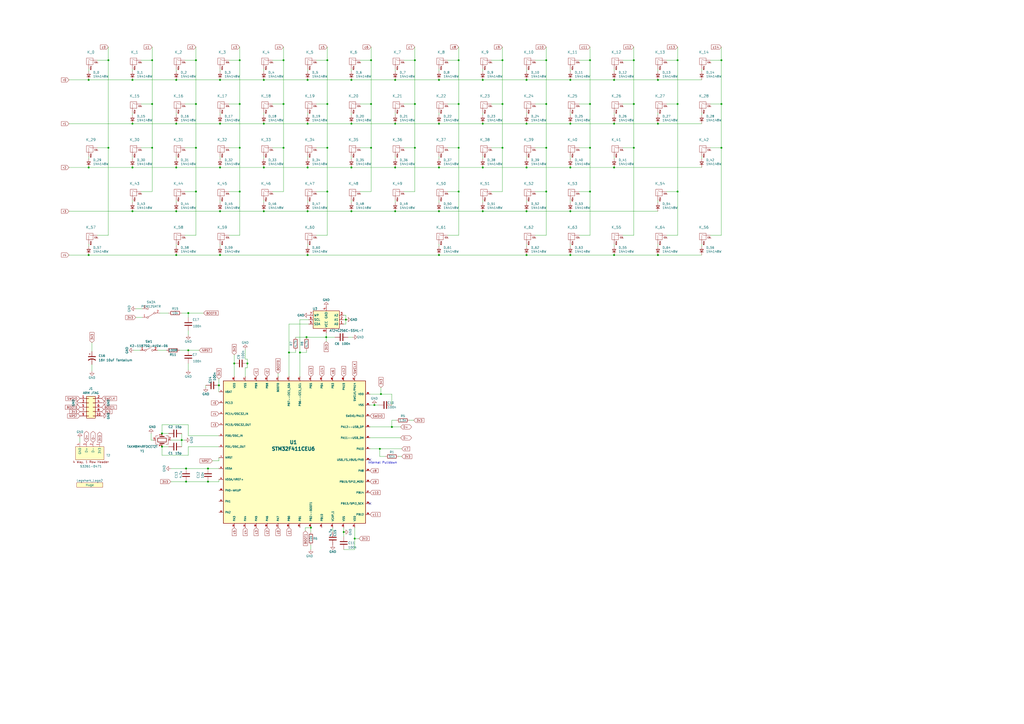
<source format=kicad_sch>
(kicad_sch (version 20230121) (generator eeschema)
  (paper "A2")
  (junction (at 316.865 34.925))
  (junction (at 342.265 34.925))
  (junction (at 164.465 60.325))
  (junction (at 109.22 203.2))
  (junction (at 280.035 122.555))
  (junction (at 173.99 204.47))
  (junction (at 266.065 60.325))
  (junction (at 113.665 60.325))
  (junction (at 367.665 60.325))
  (junction (at 178.435 97.155))
  (junction (at 180.34 306.07))
  (junction (at 254.635 97.155))
  (junction (at 127 223.52))
  (junction (at 120.65 279.4))
  (junction (at 342.265 111.125))
  (junction (at 167.64 204.47))
  (junction (at 305.435 147.955))
  (junction (at 418.465 85.725))
  (junction (at 356.235 147.955))
  (junction (at 205.74 312.42))
  (junction (at 102.235 71.755))
  (junction (at 254.635 46.355))
  (junction (at 393.065 60.325))
  (junction (at 107.95 271.78))
  (junction (at 120.65 271.78))
  (junction (at 356.235 46.355))
  (junction (at 280.035 46.355))
  (junction (at 178.435 46.355))
  (junction (at 215.265 60.325))
  (junction (at 200.66 185.42))
  (junction (at 177.8 195.58))
  (junction (at 76.835 97.155))
  (junction (at 291.465 85.725))
  (junction (at 113.665 111.125))
  (junction (at 102.235 46.355))
  (junction (at 215.265 34.925))
  (junction (at 330.835 71.755))
  (junction (at 76.835 46.355))
  (junction (at 189.865 85.725))
  (junction (at 316.865 111.125))
  (junction (at 164.465 85.725))
  (junction (at 330.835 46.355))
  (junction (at 153.035 122.555))
  (junction (at 76.835 122.555))
  (junction (at 330.835 122.555))
  (junction (at 342.265 85.725))
  (junction (at 153.035 46.355))
  (junction (at 203.835 71.755))
  (junction (at 316.865 85.725))
  (junction (at 266.065 34.925))
  (junction (at 153.035 97.155))
  (junction (at 203.835 46.355))
  (junction (at 127.635 147.955))
  (junction (at 127.635 122.555))
  (junction (at 113.665 34.925))
  (junction (at 330.835 147.955))
  (junction (at 266.065 111.125))
  (junction (at 227.33 247.65))
  (junction (at 178.435 71.755))
  (junction (at 76.835 71.755))
  (junction (at 88.265 60.325))
  (junction (at 381.635 71.755))
  (junction (at 393.065 111.125))
  (junction (at 254.635 71.755))
  (junction (at 381.635 147.955))
  (junction (at 254.635 147.955))
  (junction (at 51.435 147.955))
  (junction (at 305.435 97.155))
  (junction (at 203.835 97.155))
  (junction (at 305.435 46.355))
  (junction (at 418.465 34.925))
  (junction (at 139.065 85.725))
  (junction (at 305.435 71.755))
  (junction (at 215.265 85.725))
  (junction (at 178.435 122.555))
  (junction (at 266.065 85.725))
  (junction (at 367.665 85.725))
  (junction (at 254.635 122.555))
  (junction (at 164.465 34.925))
  (junction (at 229.235 71.755))
  (junction (at 189.23 195.58))
  (junction (at 102.235 122.555))
  (junction (at 139.065 34.925))
  (junction (at 356.235 71.755))
  (junction (at 220.345 260.35))
  (junction (at 217.17 234.95))
  (junction (at 240.665 85.725))
  (junction (at 189.865 111.125))
  (junction (at 107.95 279.4))
  (junction (at 280.035 71.755))
  (junction (at 240.665 34.925))
  (junction (at 229.235 46.355))
  (junction (at 102.235 147.955))
  (junction (at 418.465 60.325))
  (junction (at 62.865 85.725))
  (junction (at 93.98 259.08))
  (junction (at 127.635 46.355))
  (junction (at 229.235 122.555))
  (junction (at 342.265 60.325))
  (junction (at 316.865 60.325))
  (junction (at 127.635 71.755))
  (junction (at 189.865 60.325))
  (junction (at 220.98 228.6))
  (junction (at 305.435 122.555))
  (junction (at 109.22 181.61))
  (junction (at 135.89 210.82))
  (junction (at 291.465 34.925))
  (junction (at 51.435 46.355))
  (junction (at 291.465 60.325))
  (junction (at 139.065 111.125))
  (junction (at 88.265 34.925))
  (junction (at 203.835 122.555))
  (junction (at 62.865 34.925))
  (junction (at 143.51 210.82))
  (junction (at 280.035 97.155))
  (junction (at 88.265 85.725))
  (junction (at 93.98 251.46))
  (junction (at 51.435 97.155))
  (junction (at 127.635 97.155))
  (junction (at 367.665 34.925))
  (junction (at 139.065 60.325))
  (junction (at 229.235 97.155))
  (junction (at 330.835 97.155))
  (junction (at 189.865 34.925))
  (junction (at 356.235 97.155))
  (junction (at 178.435 147.955))
  (junction (at 153.035 71.755))
  (junction (at 240.665 60.325))
  (junction (at 105.41 255.27))
  (junction (at 199.39 308.61))
  (junction (at 102.235 97.155))
  (junction (at 393.065 34.925))
  (junction (at 381.635 46.355))
  (junction (at 113.665 85.725))
  (no_connect (at 214.63 266.7))
  (no_connect (at 214.63 292.1))
  (wire (pts (xy 104.14 203.2) (xy 109.22 203.2)))
  (wire (pts (xy 330.835 71.755) (xy 356.235 71.755)))
  (wire (pts (xy 143.51 213.36) (xy 142.24 213.36)))
  (wire (pts (xy 177.8 203.2) (xy 177.8 204.47)))
  (wire (pts (xy 82.55 179.07) (xy 78.74 179.07)))
  (wire (pts (xy 76.835 46.355) (xy 102.235 46.355)))
  (wire (pts (xy 208.915 60.325) (xy 215.265 60.325)))
  (wire (pts (xy 127 219.71) (xy 127 223.52)))
  (wire (pts (xy 203.835 116.205) (xy 203.835 117.475)))
  (wire (pts (xy 153.035 40.005) (xy 153.035 41.275)))
  (wire (pts (xy 412.115 34.925) (xy 418.465 34.925)))
  (wire (pts (xy 418.465 34.925) (xy 418.465 60.325)))
  (wire (pts (xy 305.435 116.205) (xy 305.435 117.475)))
  (wire (pts (xy 109.22 181.61) (xy 118.11 181.61)))
  (wire (pts (xy 214.63 234.95) (xy 217.17 234.95)))
  (wire (pts (xy 109.22 264.16) (xy 109.22 259.08)))
  (wire (pts (xy 178.435 147.955) (xy 254.635 147.955)))
  (wire (pts (xy 335.915 85.725) (xy 342.265 85.725)))
  (wire (pts (xy 229.235 71.755) (xy 254.635 71.755)))
  (wire (pts (xy 153.035 71.755) (xy 178.435 71.755)))
  (wire (pts (xy 102.235 71.755) (xy 127.635 71.755)))
  (wire (pts (xy 254.635 71.755) (xy 280.035 71.755)))
  (wire (pts (xy 164.465 85.725) (xy 164.465 60.325)))
  (wire (pts (xy 335.915 60.325) (xy 342.265 60.325)))
  (wire (pts (xy 330.835 90.805) (xy 330.835 92.075)))
  (wire (pts (xy 412.115 136.525) (xy 418.465 136.525)))
  (wire (pts (xy 330.835 147.955) (xy 356.235 147.955)))
  (wire (pts (xy 164.465 27.305) (xy 164.465 34.925)))
  (wire (pts (xy 335.915 136.525) (xy 342.265 136.525)))
  (wire (pts (xy 280.035 46.355) (xy 305.435 46.355)))
  (wire (pts (xy 199.39 187.96) (xy 200.66 187.96)))
  (wire (pts (xy 214.63 260.35) (xy 220.345 260.35)))
  (wire (pts (xy 381.635 71.755) (xy 407.035 71.755)))
  (wire (pts (xy 254.635 40.005) (xy 254.635 41.275)))
  (wire (pts (xy 167.64 204.47) (xy 167.64 218.44)))
  (wire (pts (xy 87.63 255.27) (xy 88.9 255.27)))
  (wire (pts (xy 153.035 122.555) (xy 178.435 122.555)))
  (wire (pts (xy 113.665 34.925) (xy 113.665 60.325)))
  (wire (pts (xy 76.835 122.555) (xy 102.235 122.555)))
  (wire (pts (xy 99.06 255.27) (xy 105.41 255.27)))
  (wire (pts (xy 254.635 97.155) (xy 280.035 97.155)))
  (wire (pts (xy 167.64 187.96) (xy 167.64 204.47)))
  (wire (pts (xy 161.29 216.535) (xy 161.29 218.44)))
  (wire (pts (xy 240.665 85.725) (xy 240.665 60.325)))
  (wire (pts (xy 266.065 136.525) (xy 266.065 111.125)))
  (wire (pts (xy 229.235 65.405) (xy 229.235 66.675)))
  (wire (pts (xy 142.24 208.28) (xy 143.51 208.28)))
  (wire (pts (xy 107.315 255.27) (xy 105.41 255.27)))
  (wire (pts (xy 330.835 122.555) (xy 381.635 122.555)))
  (wire (pts (xy 330.835 65.405) (xy 330.835 66.675)))
  (wire (pts (xy 127.635 40.005) (xy 127.635 41.275)))
  (wire (pts (xy 208.915 34.925) (xy 215.265 34.925)))
  (wire (pts (xy 203.835 71.755) (xy 229.235 71.755)))
  (wire (pts (xy 107.95 271.78) (xy 120.65 271.78)))
  (wire (pts (xy 143.51 208.28) (xy 143.51 210.82)))
  (wire (pts (xy 189.865 136.525) (xy 189.865 111.125)))
  (wire (pts (xy 127.635 90.805) (xy 127.635 92.075)))
  (wire (pts (xy 127.635 141.605) (xy 127.635 142.875)))
  (wire (pts (xy 76.835 116.205) (xy 76.835 117.475)))
  (wire (pts (xy 180.34 318.77) (xy 180.34 316.23)))
  (wire (pts (xy 102.235 90.805) (xy 102.235 92.075)))
  (wire (pts (xy 266.065 27.305) (xy 266.065 34.925)))
  (wire (pts (xy 107.95 279.4) (xy 120.65 279.4)))
  (wire (pts (xy 386.715 111.125) (xy 393.065 111.125)))
  (wire (pts (xy 200.66 182.88) (xy 200.66 185.42)))
  (wire (pts (xy 127 267.335) (xy 127 265.43)))
  (wire (pts (xy 81.915 85.725) (xy 88.265 85.725)))
  (wire (pts (xy 102.235 147.955) (xy 127.635 147.955)))
  (wire (pts (xy 412.115 85.725) (xy 418.465 85.725)))
  (wire (pts (xy 199.39 306.07) (xy 199.39 308.61)))
  (wire (pts (xy 280.035 116.205) (xy 280.035 117.475)))
  (wire (pts (xy 81.915 111.125) (xy 88.265 111.125)))
  (wire (pts (xy 407.035 141.605) (xy 407.035 142.875)))
  (wire (pts (xy 342.265 27.305) (xy 342.265 34.925)))
  (wire (pts (xy 305.435 90.805) (xy 305.435 92.075)))
  (wire (pts (xy 179.07 187.96) (xy 167.64 187.96)))
  (wire (pts (xy 393.065 34.925) (xy 393.065 60.325)))
  (wire (pts (xy 119.38 224.79) (xy 119.38 223.52)))
  (wire (pts (xy 254.635 65.405) (xy 254.635 66.675)))
  (wire (pts (xy 393.065 27.305) (xy 393.065 34.925)))
  (wire (pts (xy 102.235 46.355) (xy 127.635 46.355)))
  (wire (pts (xy 229.235 90.805) (xy 229.235 92.075)))
  (wire (pts (xy 51.435 147.955) (xy 102.235 147.955)))
  (wire (pts (xy 393.065 111.125) (xy 393.065 60.325)))
  (wire (pts (xy 76.835 97.155) (xy 102.235 97.155)))
  (wire (pts (xy 291.465 27.305) (xy 291.465 34.925)))
  (wire (pts (xy 214.63 247.65) (xy 227.33 247.65)))
  (wire (pts (xy 205.74 312.42) (xy 205.74 306.07)))
  (wire (pts (xy 135.89 205.74) (xy 135.89 210.82)))
  (wire (pts (xy 193.04 306.07) (xy 193.04 308.61)))
  (wire (pts (xy 178.435 116.205) (xy 178.435 117.475)))
  (wire (pts (xy 418.465 85.725) (xy 418.465 60.325)))
  (wire (pts (xy 254.635 147.955) (xy 305.435 147.955)))
  (wire (pts (xy 316.865 27.305) (xy 316.865 34.925)))
  (wire (pts (xy 189.23 195.58) (xy 189.23 198.12)))
  (wire (pts (xy 183.515 34.925) (xy 189.865 34.925)))
  (wire (pts (xy 407.035 90.805) (xy 407.035 92.075)))
  (wire (pts (xy 356.235 147.955) (xy 381.635 147.955)))
  (wire (pts (xy 234.315 60.325) (xy 240.665 60.325)))
  (wire (pts (xy 280.035 40.005) (xy 280.035 41.275)))
  (wire (pts (xy 266.065 85.725) (xy 266.065 60.325)))
  (wire (pts (xy 208.28 312.42) (xy 205.74 312.42)))
  (wire (pts (xy 381.635 40.005) (xy 381.635 41.275)))
  (wire (pts (xy 367.665 136.525) (xy 367.665 85.725)))
  (wire (pts (xy 127.635 116.205) (xy 127.635 117.475)))
  (wire (pts (xy 220.345 260.35) (xy 233.045 260.35)))
  (wire (pts (xy 407.035 40.005) (xy 407.035 41.275)))
  (wire (pts (xy 280.035 90.805) (xy 280.035 92.075)))
  (wire (pts (xy 227.33 243.84) (xy 229.87 243.84)))
  (wire (pts (xy 177.8 195.58) (xy 189.23 195.58)))
  (wire (pts (xy 381.635 65.405) (xy 381.635 66.675)))
  (wire (pts (xy 171.45 203.2) (xy 171.45 204.47)))
  (wire (pts (xy 259.715 60.325) (xy 266.065 60.325)))
  (wire (pts (xy 139.065 85.725) (xy 139.065 60.325)))
  (wire (pts (xy 173.99 204.47) (xy 173.99 218.44)))
  (wire (pts (xy 109.22 203.2) (xy 115.57 203.2)))
  (wire (pts (xy 335.915 111.125) (xy 342.265 111.125)))
  (wire (pts (xy 40.005 97.155) (xy 51.435 97.155)))
  (wire (pts (xy 305.435 141.605) (xy 305.435 142.875)))
  (wire (pts (xy 386.715 136.525) (xy 393.065 136.525)))
  (wire (pts (xy 178.435 40.005) (xy 178.435 41.275)))
  (wire (pts (xy 330.835 46.355) (xy 356.235 46.355)))
  (wire (pts (xy 102.235 65.405) (xy 102.235 66.675)))
  (wire (pts (xy 93.98 251.46) (xy 97.79 251.46)))
  (wire (pts (xy 291.465 34.925) (xy 291.465 60.325)))
  (wire (pts (xy 291.465 111.125) (xy 291.465 85.725)))
  (wire (pts (xy 102.235 122.555) (xy 127.635 122.555)))
  (wire (pts (xy 107.315 85.725) (xy 113.665 85.725)))
  (wire (pts (xy 240.665 27.305) (xy 240.665 34.925)))
  (wire (pts (xy 356.235 141.605) (xy 356.235 142.875)))
  (wire (pts (xy 183.515 60.325) (xy 189.865 60.325)))
  (wire (pts (xy 200.66 187.96) (xy 200.66 185.42)))
  (wire (pts (xy 178.435 71.755) (xy 203.835 71.755)))
  (wire (pts (xy 107.315 60.325) (xy 113.665 60.325)))
  (wire (pts (xy 88.265 27.305) (xy 88.265 34.925)))
  (wire (pts (xy 407.035 65.405) (xy 407.035 66.675)))
  (wire (pts (xy 113.665 111.125) (xy 113.665 85.725)))
  (wire (pts (xy 109.22 246.38) (xy 93.98 246.38)))
  (wire (pts (xy 178.435 141.605) (xy 178.435 142.875)))
  (wire (pts (xy 102.235 97.155) (xy 127.635 97.155)))
  (wire (pts (xy 205.74 318.77) (xy 205.74 312.42)))
  (wire (pts (xy 203.835 122.555) (xy 229.235 122.555)))
  (wire (pts (xy 123.19 267.335) (xy 127 267.335)))
  (wire (pts (xy 259.715 111.125) (xy 266.065 111.125)))
  (wire (pts (xy 132.715 111.125) (xy 139.065 111.125)))
  (wire (pts (xy 105.41 259.08) (xy 105.41 255.27)))
  (wire (pts (xy 46.355 254) (xy 46.355 256.54)))
  (wire (pts (xy 316.865 111.125) (xy 316.865 85.725)))
  (wire (pts (xy 330.835 141.605) (xy 330.835 142.875)))
  (wire (pts (xy 173.99 185.42) (xy 173.99 204.47)))
  (wire (pts (xy 342.265 111.125) (xy 342.265 85.725)))
  (wire (pts (xy 88.265 85.725) (xy 88.265 60.325)))
  (wire (pts (xy 305.435 97.155) (xy 330.835 97.155)))
  (wire (pts (xy 305.435 122.555) (xy 330.835 122.555)))
  (wire (pts (xy 142.24 213.36) (xy 142.24 218.44)))
  (wire (pts (xy 88.265 34.925) (xy 88.265 60.325)))
  (wire (pts (xy 285.115 34.925) (xy 291.465 34.925)))
  (wire (pts (xy 105.41 181.61) (xy 109.22 181.61)))
  (wire (pts (xy 153.035 65.405) (xy 153.035 66.675)))
  (wire (pts (xy 280.035 122.555) (xy 305.435 122.555)))
  (wire (pts (xy 259.715 34.925) (xy 266.065 34.925)))
  (wire (pts (xy 200.66 185.42) (xy 199.39 185.42)))
  (wire (pts (xy 127.635 65.405) (xy 127.635 66.675)))
  (wire (pts (xy 132.715 34.925) (xy 139.065 34.925)))
  (wire (pts (xy 153.035 90.805) (xy 153.035 92.075)))
  (wire (pts (xy 203.835 40.005) (xy 203.835 41.275)))
  (wire (pts (xy 77.47 203.2) (xy 81.28 203.2)))
  (wire (pts (xy 356.235 71.755) (xy 381.635 71.755)))
  (wire (pts (xy 183.515 136.525) (xy 189.865 136.525)))
  (wire (pts (xy 88.265 111.125) (xy 88.265 85.725)))
  (wire (pts (xy 233.045 264.795) (xy 231.14 264.795)))
  (wire (pts (xy 356.235 90.805) (xy 356.235 92.075)))
  (wire (pts (xy 189.865 111.125) (xy 189.865 85.725)))
  (wire (pts (xy 127.635 46.355) (xy 153.035 46.355)))
  (wire (pts (xy 81.915 60.325) (xy 88.265 60.325)))
  (wire (pts (xy 62.865 136.525) (xy 62.865 85.725)))
  (wire (pts (xy 113.665 27.305) (xy 113.665 34.925)))
  (wire (pts (xy 214.63 254) (xy 232.41 254)))
  (wire (pts (xy 310.515 85.725) (xy 316.865 85.725)))
  (wire (pts (xy 220.98 228.6) (xy 214.63 228.6)))
  (wire (pts (xy 199.39 311.15) (xy 199.39 308.61)))
  (wire (pts (xy 189.865 34.925) (xy 189.865 60.325)))
  (wire (pts (xy 62.865 34.925) (xy 62.865 85.725)))
  (wire (pts (xy 229.235 46.355) (xy 254.635 46.355)))
  (wire (pts (xy 356.235 40.005) (xy 356.235 41.275)))
  (wire (pts (xy 305.435 147.955) (xy 330.835 147.955)))
  (wire (pts (xy 229.235 116.205) (xy 229.235 117.475)))
  (wire (pts (xy 335.915 34.925) (xy 342.265 34.925)))
  (wire (pts (xy 356.235 97.155) (xy 407.035 97.155)))
  (wire (pts (xy 342.265 136.525) (xy 342.265 111.125)))
  (wire (pts (xy 40.005 147.955) (xy 51.435 147.955)))
  (wire (pts (xy 229.235 97.155) (xy 254.635 97.155)))
  (wire (pts (xy 227.33 228.6) (xy 220.98 228.6)))
  (wire (pts (xy 393.065 136.525) (xy 393.065 111.125)))
  (wire (pts (xy 76.835 71.755) (xy 102.235 71.755)))
  (wire (pts (xy 183.515 85.725) (xy 189.865 85.725)))
  (wire (pts (xy 234.315 85.725) (xy 240.665 85.725)))
  (wire (pts (xy 342.265 85.725) (xy 342.265 60.325)))
  (wire (pts (xy 234.315 111.125) (xy 240.665 111.125)))
  (wire (pts (xy 254.635 116.205) (xy 254.635 117.475)))
  (wire (pts (xy 164.465 34.925) (xy 164.465 60.325)))
  (wire (pts (xy 199.39 182.88) (xy 200.66 182.88)))
  (wire (pts (xy 330.835 116.205) (xy 330.835 117.475)))
  (wire (pts (xy 51.435 90.805) (xy 51.435 92.075)))
  (wire (pts (xy 240.665 111.125) (xy 240.665 85.725)))
  (wire (pts (xy 412.115 60.325) (xy 418.465 60.325)))
  (wire (pts (xy 109.22 252.73) (xy 109.22 246.38)))
  (wire (pts (xy 153.035 116.205) (xy 153.035 117.475)))
  (wire (pts (xy 203.835 97.155) (xy 229.235 97.155)))
  (wire (pts (xy 220.345 264.795) (xy 220.345 260.35)))
  (wire (pts (xy 120.65 271.78) (xy 127 271.78)))
  (wire (pts (xy 203.835 90.805) (xy 203.835 92.075)))
  (wire (pts (xy 109.22 194.31) (xy 109.22 191.77)))
  (wire (pts (xy 310.515 136.525) (xy 316.865 136.525)))
  (wire (pts (xy 178.435 97.155) (xy 203.835 97.155)))
  (wire (pts (xy 56.515 136.525) (xy 62.865 136.525)))
  (wire (pts (xy 40.005 122.555) (xy 76.835 122.555)))
  (wire (pts (xy 113.665 136.525) (xy 113.665 111.125)))
  (wire (pts (xy 223.52 264.795) (xy 220.345 264.795)))
  (wire (pts (xy 56.515 85.725) (xy 62.865 85.725)))
  (wire (pts (xy 367.665 34.925) (xy 367.665 60.325)))
  (wire (pts (xy 93.98 259.08) (xy 93.98 264.16)))
  (wire (pts (xy 316.865 34.925) (xy 316.865 60.325)))
  (wire (pts (xy 51.435 40.005) (xy 51.435 41.275)))
  (wire (pts (xy 109.22 214.63) (xy 109.22 210.82)))
  (wire (pts (xy 220.98 224.79) (xy 220.98 228.6)))
  (wire (pts (xy 142.24 202.565) (xy 142.24 208.28)))
  (wire (pts (xy 305.435 65.405) (xy 305.435 66.675)))
  (wire (pts (xy 367.665 85.725) (xy 367.665 60.325)))
  (wire (pts (xy 189.23 195.58) (xy 194.31 195.58)))
  (wire (pts (xy 316.865 85.725) (xy 316.865 60.325)))
  (wire (pts (xy 93.98 259.08) (xy 97.79 259.08)))
  (wire (pts (xy 189.865 85.725) (xy 189.865 60.325)))
  (wire (pts (xy 51.435 46.355) (xy 76.835 46.355)))
  (wire (pts (xy 204.47 195.58) (xy 201.93 195.58)))
  (wire (pts (xy 107.315 111.125) (xy 113.665 111.125)))
  (wire (pts (xy 386.715 60.325) (xy 393.065 60.325)))
  (wire (pts (xy 76.835 90.805) (xy 76.835 92.075)))
  (wire (pts (xy 56.515 34.925) (xy 62.865 34.925)))
  (wire (pts (xy 127.635 97.155) (xy 153.035 97.155)))
  (wire (pts (xy 215.265 85.725) (xy 215.265 60.325)))
  (wire (pts (xy 109.22 181.61) (xy 109.22 184.15)))
  (wire (pts (xy 78.74 184.15) (xy 82.55 184.15)))
  (wire (pts (xy 280.035 71.755) (xy 305.435 71.755)))
  (wire (pts (xy 266.065 111.125) (xy 266.065 85.725)))
  (wire (pts (xy 305.435 46.355) (xy 330.835 46.355)))
  (wire (pts (xy 266.065 34.925) (xy 266.065 60.325)))
  (wire (pts (xy 254.635 141.605) (xy 254.635 142.875)))
  (wire (pts (xy 87.63 255.27) (xy 87.63 251.46)))
  (wire (pts (xy 208.915 85.725) (xy 215.265 85.725)))
  (wire (pts (xy 259.715 85.725) (xy 266.065 85.725)))
  (wire (pts (xy 361.315 34.925) (xy 367.665 34.925)))
  (wire (pts (xy 139.065 34.925) (xy 139.065 60.325)))
  (wire (pts (xy 127 223.52) (xy 127 227.33)))
  (wire (pts (xy 177.165 307.975) (xy 177.165 306.07)))
  (wire (pts (xy 285.115 85.725) (xy 291.465 85.725)))
  (wire (pts (xy 229.235 40.005) (xy 229.235 41.275)))
  (wire (pts (xy 361.315 136.525) (xy 367.665 136.525)))
  (wire (pts (xy 291.465 85.725) (xy 291.465 60.325)))
  (wire (pts (xy 102.235 141.605) (xy 102.235 142.875)))
  (wire (pts (xy 356.235 65.405) (xy 356.235 66.675)))
  (wire (pts (xy 285.115 60.325) (xy 291.465 60.325)))
  (wire (pts (xy 127.635 71.755) (xy 153.035 71.755)))
  (wire (pts (xy 164.465 111.125) (xy 164.465 85.725)))
  (wire (pts (xy 139.065 111.125) (xy 139.065 85.725)))
  (wire (pts (xy 330.835 40.005) (xy 330.835 41.275)))
  (wire (pts (xy 120.65 279.4) (xy 127 279.4)))
  (wire (pts (xy 280.035 97.155) (xy 305.435 97.155)))
  (wire (pts (xy 132.715 85.725) (xy 139.065 85.725)))
  (wire (pts (xy 40.005 71.755) (xy 76.835 71.755)))
  (wire (pts (xy 127.635 122.555) (xy 153.035 122.555)))
  (wire (pts (xy 316.865 136.525) (xy 316.865 111.125)))
  (wire (pts (xy 177.165 306.07) (xy 180.34 306.07)))
  (wire (pts (xy 259.715 136.525) (xy 266.065 136.525)))
  (wire (pts (xy 180.34 306.07) (xy 180.34 308.61)))
  (wire (pts (xy 356.235 46.355) (xy 381.635 46.355)))
  (wire (pts (xy 158.115 34.925) (xy 164.465 34.925)))
  (wire (pts (xy 219.71 234.95) (xy 217.17 234.95)))
  (wire (pts (xy 127.635 147.955) (xy 178.435 147.955)))
  (wire (pts (xy 310.515 60.325) (xy 316.865 60.325)))
  (wire (pts (xy 310.515 34.925) (xy 316.865 34.925)))
  (wire (pts (xy 178.435 65.405) (xy 178.435 66.675)))
  (wire (pts (xy 227.33 247.65) (xy 227.33 243.84)))
  (wire (pts (xy 171.45 204.47) (xy 167.64 204.47)))
  (wire (pts (xy 381.635 147.955) (xy 407.035 147.955)))
  (wire (pts (xy 113.665 85.725) (xy 113.665 60.325)))
  (wire (pts (xy 153.035 46.355) (xy 178.435 46.355)))
  (wire (pts (xy 418.465 27.305) (xy 418.465 34.925)))
  (wire (pts (xy 183.515 111.125) (xy 189.865 111.125)))
  (wire (pts (xy 132.715 60.325) (xy 139.065 60.325)))
  (wire (pts (xy 381.635 141.605) (xy 381.635 142.875)))
  (wire (pts (xy 189.865 27.305) (xy 189.865 34.925)))
  (wire (pts (xy 386.715 34.925) (xy 393.065 34.925)))
  (wire (pts (xy 139.065 136.525) (xy 139.065 111.125)))
  (wire (pts (xy 215.265 27.305) (xy 215.265 34.925)))
  (wire (pts (xy 102.235 40.005) (xy 102.235 41.275)))
  (wire (pts (xy 51.435 97.155) (xy 76.835 97.155)))
  (wire (pts (xy 285.115 111.125) (xy 291.465 111.125)))
  (wire (pts (xy 361.315 60.325) (xy 367.665 60.325)))
  (wire (pts (xy 240.665 34.925) (xy 240.665 60.325)))
  (wire (pts (xy 254.635 122.555) (xy 280.035 122.555)))
  (wire (pts (xy 99.06 279.4) (xy 107.95 279.4)))
  (wire (pts (xy 51.435 141.605) (xy 51.435 142.875)))
  (wire (pts (xy 76.835 65.405) (xy 76.835 66.675)))
  (wire (pts (xy 105.41 255.27) (xy 105.41 251.46)))
  (wire (pts (xy 367.665 27.305) (xy 367.665 34.925)))
  (wire (pts (xy 203.835 46.355) (xy 229.235 46.355)))
  (wire (pts (xy 107.315 136.525) (xy 113.665 136.525)))
  (wire (pts (xy 91.44 203.2) (xy 96.52 203.2)))
  (wire (pts (xy 92.71 181.61) (xy 97.79 181.61)))
  (wire (pts (xy 127 252.73) (xy 109.22 252.73)))
  (wire (pts (xy 173.99 204.47) (xy 177.8 204.47)))
  (wire (pts (xy 229.235 122.555) (xy 254.635 122.555)))
  (wire (pts (xy 153.035 97.155) (xy 178.435 97.155)))
  (wire (pts (xy 418.465 136.525) (xy 418.465 85.725)))
  (wire (pts (xy 227.33 228.6) (xy 227.33 234.95)))
  (wire (pts (xy 40.005 46.355) (xy 51.435 46.355)))
  (wire (pts (xy 305.435 40.005) (xy 305.435 41.275)))
  (wire (pts (xy 93.98 246.38) (xy 93.98 251.46)))
  (wire (pts (xy 280.035 65.405) (xy 280.035 66.675)))
  (wire (pts (xy 99.06 271.78) (xy 107.95 271.78)))
  (wire (pts (xy 109.22 259.08) (xy 127 259.08)))
  (wire (pts (xy 93.98 264.16) (xy 109.22 264.16)))
  (wire (pts (xy 254.635 90.805) (xy 254.635 92.075)))
  (wire (pts (xy 132.715 136.525) (xy 139.065 136.525)))
  (wire (pts (xy 205.74 318.77) (xy 199.39 318.77)))
  (wire (pts (xy 143.51 210.82) (xy 143.51 213.36)))
  (wire (pts (xy 381.635 116.205) (xy 381.635 117.475)))
  (wire (pts (xy 237.49 243.84) (xy 240.03 243.84)))
  (wire (pts (xy 310.515 111.125) (xy 316.865 111.125)))
  (wire (pts (xy 158.115 85.725) (xy 164.465 85.725)))
  (wire (pts (xy 189.23 193.04) (xy 189.23 195.58)))
  (wire (pts (xy 361.315 85.725) (xy 367.665 85.725)))
  (wire (pts (xy 305.435 71.755) (xy 330.835 71.755)))
  (wire (pts (xy 135.89 210.82) (xy 135.89 218.44)))
  (wire (pts (xy 158.115 60.325) (xy 164.465 60.325)))
  (wire (pts (xy 127 278.13) (xy 127 279.4)))
  (wire (pts (xy 254.635 46.355) (xy 280.035 46.355)))
  (wire (pts (xy 81.915 34.925) (xy 88.265 34.925)))
  (wire (pts (xy 76.835 40.005) (xy 76.835 41.275)))
  (wire (pts (xy 330.835 97.155) (xy 356.235 97.155)))
  (wire (pts (xy 102.235 116.205) (xy 102.235 117.475)))
  (wire (pts (xy 53.34 215.265) (xy 53.34 211.455)))
  (wire (pts (xy 53.34 198.755) (xy 53.34 203.835)))
  (wire (pts (xy 178.435 46.355) (xy 203.835 46.355)))
  (wire (pts (xy 215.265 111.125) (xy 215.265 85.725)))
  (wire (pts (xy 62.865 27.305) (xy 62.865 34.925)))
  (wire (pts (xy 139.065 27.305) (xy 139.065 34.925)))
  (wire (pts (xy 342.265 34.925) (xy 342.265 60.325)))
  (wire (pts (xy 178.435 122.555) (xy 203.835 122.555)))
  (wire (pts (xy 107.315 34.925) (xy 113.665 34.925)))
  (wire (pts (xy 234.315 34.925) (xy 240.665 34.925)))
  (wire (pts (xy 208.915 111.125) (xy 215.265 111.125)))
  (wire (pts (xy 227.33 247.65) (xy 232.41 247.65)))
  (wire (pts (xy 215.265 34.925) (xy 215.265 60.325)))
  (wire (pts (xy 171.45 195.58) (xy 177.8 195.58)))
  (wire (pts (xy 203.835 65.405) (xy 203.835 66.675)))
  (wire (pts (xy 381.635 46.355) (xy 407.035 46.355)))
  (wire (pts (xy 173.99 185.42) (xy 179.07 185.42)))
  (wire (pts (xy 178.435 90.805) (xy 178.435 92.075)))
  (wire (pts (xy 158.115 111.125) (xy 164.465 111.125)))
  (text "Internal Pulldown" (at 213.36 269.24 0) (effects (font (size 1.27 1.27)) (justify left bottom)))
  (global_label "3V3" (shape input) (at 240.03 243.84 0) (property "Intersheetrefs" "${INTERSHEET_REFS}" (effects hide)))
  (global_label "NRST" (shape input) (at 115.57 203.2 0) (property "Intersheetrefs" "${INTERSHEET_REFS}" (effects hide)))
  (global_label "NRST" (shape input) (at 46.355 241.3 180) (property "Intersheetrefs" "${INTERSHEET_REFS}" (effects hide)))
  (global_label "c14" (shape input) (at 418.465 27.305 180) (property "Intersheetrefs" "${INTERSHEET_REFS}" (effects hide)))
  (global_label "3V3" (shape input) (at 208.28 312.42 0) (property "Intersheetrefs" "${INTERSHEET_REFS}" (effects hide)))
  (global_label "c12" (shape input) (at 199.39 218.44 90) (property "Intersheetrefs" "${INTERSHEET_REFS}" (effects hide)))
  (global_label "r0" (shape input) (at 127 233.68 180) (property "Intersheetrefs" "${INTERSHEET_REFS}" (effects hide)))
  (global_label "c1" (shape input) (at 88.265 27.305 180) (property "Intersheetrefs" "${INTERSHEET_REFS}" (effects hide)))
  (global_label "SWDIO" (shape input) (at 214.63 241.3 0) (property "Intersheetrefs" "${INTERSHEET_REFS}" (effects hide)))
  (global_label "BOOT0" (shape input) (at 46.355 236.22 180) (property "Intersheetrefs" "${INTERSHEET_REFS}" (effects hide)))
  (global_label "c10" (shape input) (at 316.865 27.305 180) (property "Intersheetrefs" "${INTERSHEET_REFS}" (effects hide)))
  (global_label "c10" (shape input) (at 214.63 285.75 0) (property "Intersheetrefs" "${INTERSHEET_REFS}" (effects hide)))
  (global_label "c0" (shape input) (at 62.865 27.305 180) (property "Intersheetrefs" "${INTERSHEET_REFS}" (effects hide)))
  (global_label "c9" (shape input) (at 291.465 27.305 180) (property "Intersheetrefs" "${INTERSHEET_REFS}" (effects hide)))
  (global_label "3V3" (shape output) (at 57.785 256.54 90) (property "Intersheetrefs" "${INTERSHEET_REFS}" (effects hide)))
  (global_label "r4" (shape input) (at 40.005 147.955 180) (property "Intersheetrefs" "${INTERSHEET_REFS}" (effects hide)))
  (global_label "NRST" (shape input) (at 123.19 267.335 180) (property "Intersheetrefs" "${INTERSHEET_REFS}" (effects hide)))
  (global_label "c2" (shape input) (at 113.665 27.305 180) (property "Intersheetrefs" "${INTERSHEET_REFS}" (effects hide)))
  (global_label "c6" (shape input) (at 193.04 218.44 90) (property "Intersheetrefs" "${INTERSHEET_REFS}" (effects hide)))
  (global_label "c3" (shape input) (at 148.59 306.07 270) (property "Intersheetrefs" "${INTERSHEET_REFS}" (effects hide)))
  (global_label "r1" (shape input) (at 148.59 218.44 90) (property "Intersheetrefs" "${INTERSHEET_REFS}" (effects hide)))
  (global_label "r3" (shape input) (at 127 246.38 180) (property "Intersheetrefs" "${INTERSHEET_REFS}" (effects hide)))
  (global_label "3V3" (shape input) (at 78.74 184.15 180) (property "Intersheetrefs" "${INTERSHEET_REFS}" (effects hide)))
  (global_label "c7" (shape input) (at 240.665 27.305 180) (property "Intersheetrefs" "${INTERSHEET_REFS}" (effects hide)))
  (global_label "D-" (shape bidirectional) (at 53.975 256.54 90) (property "Intersheetrefs" "${INTERSHEET_REFS}" (effects hide)))
  (global_label "D+" (shape bidirectional) (at 50.165 256.54 90) (property "Intersheetrefs" "${INTERSHEET_REFS}" (effects hide)))
  (global_label "3V3" (shape input) (at 189.23 198.12 270) (property "Intersheetrefs" "${INTERSHEET_REFS}" (effects hide)))
  (global_label "c14" (shape input) (at 186.69 218.44 90) (property "Intersheetrefs" "${INTERSHEET_REFS}" (effects hide)))
  (global_label "c3" (shape input) (at 139.065 27.305 180) (property "Intersheetrefs" "${INTERSHEET_REFS}" (effects hide)))
  (global_label "3V3" (shape input) (at 59.055 238.76 0) (property "Intersheetrefs" "${INTERSHEET_REFS}" (effects hide)))
  (global_label "3V3" (shape input) (at 233.045 264.795 0) (property "Intersheetrefs" "${INTERSHEET_REFS}" (effects hide)))
  (global_label "3V3" (shape input) (at 46.355 238.76 180) (property "Intersheetrefs" "${INTERSHEET_REFS}" (effects hide)))
  (global_label "c11" (shape input) (at 342.265 27.305 180) (property "Intersheetrefs" "${INTERSHEET_REFS}" (effects hide)))
  (global_label "BOOT0" (shape input) (at 161.29 216.535 90) (property "Intersheetrefs" "${INTERSHEET_REFS}" (effects hide)))
  (global_label "c6" (shape input) (at 215.265 27.305 180) (property "Intersheetrefs" "${INTERSHEET_REFS}" (effects hide)))
  (global_label "BOOT0" (shape input) (at 118.11 181.61 0) (property "Intersheetrefs" "${INTERSHEET_REFS}" (effects hide)))
  (global_label "r4" (shape input) (at 127 240.03 180) (property "Intersheetrefs" "${INTERSHEET_REFS}" (effects hide)))
  (global_label "c13" (shape input) (at 180.34 218.44 90) (property "Intersheetrefs" "${INTERSHEET_REFS}" (effects hide)))
  (global_label "r3" (shape input) (at 40.005 122.555 180) (property "Intersheetrefs" "${INTERSHEET_REFS}" (effects hide)))
  (global_label "c4" (shape input) (at 142.24 306.07 270) (property "Intersheetrefs" "${INTERSHEET_REFS}" (effects hide)))
  (global_label "c4" (shape input) (at 164.465 27.305 180) (property "Intersheetrefs" "${INTERSHEET_REFS}" (effects hide)))
  (global_label "c13" (shape input) (at 393.065 27.305 180) (property "Intersheetrefs" "${INTERSHEET_REFS}" (effects hide)))
  (global_label "r1" (shape input) (at 40.005 71.755 180) (property "Intersheetrefs" "${INTERSHEET_REFS}" (effects hide)))
  (global_label "3V3" (shape input) (at 53.34 198.755 90) (property "Intersheetrefs" "${INTERSHEET_REFS}" (effects hide)))
  (global_label "3V3" (shape input) (at 220.98 224.79 90) (property "Intersheetrefs" "${INTERSHEET_REFS}" (effects hide)))
  (global_label "r2" (shape input) (at 154.94 218.44 90) (property "Intersheetrefs" "${INTERSHEET_REFS}" (effects hide)))
  (global_label "c0" (shape input) (at 161.29 306.07 270) (property "Intersheetrefs" "${INTERSHEET_REFS}" (effects hide)))
  (global_label "SWDIO" (shape input) (at 46.355 231.14 180) (property "Intersheetrefs" "${INTERSHEET_REFS}" (effects hide)))
  (global_label "SWCLK" (shape input) (at 59.055 231.14 0) (property "Intersheetrefs" "${INTERSHEET_REFS}" (effects hide)))
  (global_label "c5" (shape input) (at 189.865 27.305 180) (property "Intersheetrefs" "${INTERSHEET_REFS}" (effects hide)))
  (global_label "3V3" (shape input) (at 135.89 205.74 90) (property "Intersheetrefs" "${INTERSHEET_REFS}" (effects hide)))
  (global_label "c2" (shape input) (at 154.94 306.07 270) (property "Intersheetrefs" "${INTERSHEET_REFS}" (effects hide)))
  (global_label "BOOT1" (shape input) (at 177.165 307.975 270) (property "Intersheetrefs" "${INTERSHEET_REFS}" (effects hide)))
  (global_label "BOOT1" (shape input) (at 59.055 236.22 0) (property "Intersheetrefs" "${INTERSHEET_REFS}" (effects hide)))
  (global_label "D-" (shape bidirectional) (at 232.41 254 0) (property "Intersheetrefs" "${INTERSHEET_REFS}" (effects hide)))
  (global_label "c5" (shape input) (at 135.89 306.07 270) (property "Intersheetrefs" "${INTERSHEET_REFS}" (effects hide)))
  (global_label "c7" (shape input) (at 233.045 260.35 0) (property "Intersheetrefs" "${INTERSHEET_REFS}" (effects hide)))
  (global_label "SWCLK" (shape input) (at 205.74 218.44 90) (property "Intersheetrefs" "${INTERSHEET_REFS}" (effects hide)))
  (global_label "3V3" (shape input) (at 127 219.71 90) (property "Intersheetrefs" "${INTERSHEET_REFS}" (effects hide)))
  (global_label "c8" (shape input) (at 214.63 273.05 0) (property "Intersheetrefs" "${INTERSHEET_REFS}" (effects hide)))
  (global_label "c11" (shape input) (at 214.63 298.45 0) (property "Intersheetrefs" "${INTERSHEET_REFS}" (effects hide)))
  (global_label "3V3" (shape input) (at 99.06 279.4 180) (property "Intersheetrefs" "${INTERSHEET_REFS}" (effects hide)))
  (global_label "c9" (shape input) (at 214.63 279.4 0) (property "Intersheetrefs" "${INTERSHEET_REFS}" (effects hide)))
  (global_label "D+" (shape bidirectional) (at 232.41 247.65 0) (property "Intersheetrefs" "${INTERSHEET_REFS}" (effects hide)))
  (global_label "c8" (shape input) (at 266.065 27.305 180) (property "Intersheetrefs" "${INTERSHEET_REFS}" (effects hide)))
  (global_label "c12" (shape input) (at 367.665 27.305 180) (property "Intersheetrefs" "${INTERSHEET_REFS}" (effects hide)))
  (global_label "c1" (shape input) (at 167.64 306.07 270) (property "Intersheetrefs" "${INTERSHEET_REFS}" (effects hide)))
  (global_label "r0" (shape input) (at 40.005 46.355 180) (property "Intersheetrefs" "${INTERSHEET_REFS}" (effects hide)))
  (global_label "r2" (shape input) (at 40.005 97.155 180) (property "Intersheetrefs" "${INTERSHEET_REFS}" (effects hide)))
  (symbol (lib_id "Device:D_Small") (at 127.635 94.615 90) (unit 1)
    (property "Reference" "D_32" (at 130.175 92.837 90) (effects (justify right)))
    (property "Value" "1N4148W" (at 130.175 95.123 90) (effects (justify right)))
    (property "Footprint" "acheron_Components:D_SOD-123" (effects hide))
  )
  (symbol (lib_id "power:GND") (at 53.34 215.265 0) (unit 1)
    (property "Reference" "#PWR06" (effects hide))
    (property "Value" "GND" (at 53.34 219.075 0))
  )
  (symbol (lib_id "Device:D_Small") (at 381.635 43.815 90) (unit 1)
    (property "Reference" "D_13" (at 384.175 42.037 90) (effects (justify right)))
    (property "Value" "1N4148W" (at 384.175 44.323 90) (effects (justify right)))
    (property "Footprint" "acheron_Components:D_SOD-123" (effects hide))
  )
  (symbol (lib_id "MX_Alps_Hybrid:MX-NoLED") (at 382.905 36.195 0) (unit 1)
    (property "Reference" "K_13" (at 382.905 30.2768 0) (effects (font (size 1.524 1.524))))
    (property "Value" "KEYSW" (effects hide))
    (property "Footprint" "MX_Only:MXOnly-1U-NoLED" (effects hide))
  )
  (symbol (lib_id "Device:D_Small") (at 407.035 94.615 90) (unit 1)
    (property "Reference" "D_42" (at 409.575 92.837 90) (effects (justify right)))
    (property "Value" "1N4148W" (at 409.575 95.123 90) (effects (justify right)))
    (property "Footprint" "acheron_Components:D_SOD-123" (effects hide))
  )
  (symbol (lib_id "MX_Alps_Hybrid:MX-NoLED") (at 382.905 112.395 0) (unit 1)
    (property "Reference" "K_54" (at 382.905 106.4768 0) (effects (font (size 1.524 1.524))))
    (property "Value" "KEYSW" (effects hide))
    (property "Footprint" "MX_Only:MXOnly-1U-NoLED" (effects hide))
  )
  (symbol (lib_id "Device:C") (at 101.6 259.08 90) (unit 1)
    (property "Reference" "C1" (at 100.33 262.89 90) (effects (justify left)))
    (property "Value" "15p" (at 105.41 262.89 90) (effects (justify left)))
    (property "Footprint" "Capacitor_SMD:C_0603_1608Metric_Pad1.08x0.95mm_HandSolder" (effects hide))
  )
  (symbol (lib_id "Switch:SW_DPDT_x2") (at 87.63 181.61 180) (unit 1)
    (property "Reference" "SW2" (at 87.63 175.26 0))
    (property "Value" "PCM12SMTR" (at 87.63 177.8 0))
    (property "Footprint" "Legshark:Surface Mount Slide Switch SPDT" (effects hide))
  )
  (symbol (lib_id "Device:D_Small") (at 330.835 145.415 90) (unit 1)
    (property "Reference" "D_63" (at 333.375 143.637 90) (effects (justify right)))
    (property "Value" "1N4148W" (at 333.375 145.923 90) (effects (justify right)))
    (property "Footprint" "acheron_Components:D_SOD-123" (effects hide))
  )
  (symbol (lib_id "MX_Alps_Hybrid:MX-NoLED") (at 52.705 86.995 0) (unit 1)
    (property "Reference" "K_29" (at 52.705 81.0768 0) (effects (font (size 1.524 1.524))))
    (property "Value" "KEYSW" (effects hide))
    (property "Footprint" "MX_Only:MXOnly-1U-NoLED" (effects hide))
  )
  (symbol (lib_id "MX_Alps_Hybrid:MX-NoLED") (at 103.505 61.595 0) (unit 1)
    (property "Reference" "K_16" (at 103.505 55.6768 0) (effects (font (size 1.524 1.524))))
    (property "Value" "KEYSW" (effects hide))
    (property "Footprint" "MX_Only:MXOnly-1U-NoLED" (effects hide))
  )
  (symbol (lib_id "Device:C") (at 120.65 275.59 0) (unit 1)
    (property "Reference" "C12" (at 114.935 277.495 90) (effects (justify left)))
    (property "Value" "10n" (at 117.475 277.495 90) (effects (justify left)))
    (property "Footprint" "Capacitor_SMD:C_0603_1608Metric_Pad1.08x0.95mm_HandSolder" (effects hide))
  )
  (symbol (lib_id "MX_Alps_Hybrid:MX-NoLED") (at 255.905 112.395 0) (unit 1)
    (property "Reference" "K_50" (at 255.905 106.4768 0) (effects (font (size 1.524 1.524))))
    (property "Value" "KEYSW" (effects hide))
    (property "Footprint" "MX_Only:MXOnly-1U-NoLED" (effects hide))
  )
  (symbol (lib_id "MX_Alps_Hybrid:MX-NoLED") (at 332.105 86.995 0) (unit 1)
    (property "Reference" "K_40" (at 332.105 81.0768 0) (effects (font (size 1.524 1.524))))
    (property "Value" "KEYSW" (effects hide))
    (property "Footprint" "MX_Only:MXOnly-1U-NoLED" (effects hide))
  )
  (symbol (lib_id "MX_Alps_Hybrid:MX-NoLED") (at 281.305 86.995 0) (unit 1)
    (property "Reference" "K_38" (at 281.305 81.0768 0) (effects (font (size 1.524 1.524))))
    (property "Value" "KEYSW" (effects hide))
    (property "Footprint" "MX_Only:MXOnly-1U-NoLED" (effects hide))
  )
  (symbol (lib_id "Device:D_Small") (at 203.835 69.215 90) (unit 1)
    (property "Reference" "D_20" (at 206.375 67.437 90) (effects (justify right)))
    (property "Value" "1N4148W" (at 206.375 69.723 90) (effects (justify right)))
    (property "Footprint" "acheron_Components:D_SOD-123" (effects hide))
  )
  (symbol (lib_id "Device:D_Small") (at 305.435 120.015 90) (unit 1)
    (property "Reference" "D_52" (at 307.975 118.237 90) (effects (justify right)))
    (property "Value" "1N4148W" (at 307.975 120.523 90) (effects (justify right)))
    (property "Footprint" "acheron_Components:D_SOD-123" (effects hide))
  )
  (symbol (lib_id "power:GND") (at 179.07 182.88 270) (unit 1)
    (property "Reference" "#PWR014" (effects hide))
    (property "Value" "GND" (at 176.53 182.88 90) (effects (justify right)))
  )
  (symbol (lib_id "power:GND") (at 109.22 194.31 0) (unit 1)
    (property "Reference" "#PWR010" (effects hide))
    (property "Value" "GND" (at 109.22 198.12 0))
  )
  (symbol (lib_id "MX_Alps_Hybrid:MX-NoLED") (at 255.905 36.195 0) (unit 1)
    (property "Reference" "K_8" (at 255.905 30.2768 0) (effects (font (size 1.524 1.524))))
    (property "Value" "KEYSW" (effects hide))
    (property "Footprint" "MX_Only:MXOnly-1U-NoLED" (effects hide))
  )
  (symbol (lib_id "Device:D_Small") (at 153.035 120.015 90) (unit 1)
    (property "Reference" "D_46" (at 155.575 118.237 90) (effects (justify right)))
    (property "Value" "1N4148W" (at 155.575 120.523 90) (effects (justify right)))
    (property "Footprint" "acheron_Components:D_SOD-123" (effects hide))
  )
  (symbol (lib_id "Device:D_Small") (at 356.235 69.215 90) (unit 1)
    (property "Reference" "D_26" (at 358.775 67.437 90) (effects (justify right)))
    (property "Value" "1N4148W" (at 358.775 69.723 90) (effects (justify right)))
    (property "Footprint" "acheron_Components:D_SOD-123" (effects hide))
  )
  (symbol (lib_id "Device:D_Small") (at 330.835 94.615 90) (unit 1)
    (property "Reference" "D_40" (at 333.375 92.837 90) (effects (justify right)))
    (property "Value" "1N4148W" (at 333.375 95.123 90) (effects (justify right)))
    (property "Footprint" "acheron_Components:D_SOD-123" (effects hide))
  )
  (symbol (lib_id "Device:D_Small") (at 102.235 120.015 90) (unit 1)
    (property "Reference" "D_44" (at 104.775 118.237 90) (effects (justify right)))
    (property "Value" "1N4148W" (at 104.775 120.523 90) (effects (justify right)))
    (property "Footprint" "acheron_Components:D_SOD-123" (effects hide))
  )
  (symbol (lib_id "power:GND") (at 204.47 195.58 90) (unit 1)
    (property "Reference" "#PWR020" (effects hide))
    (property "Value" "GND" (at 207.01 195.58 90) (effects (justify right)))
  )
  (symbol (lib_id "Device:D_Small") (at 280.035 69.215 90) (unit 1)
    (property "Reference" "D_23" (at 282.575 67.437 90) (effects (justify right)))
    (property "Value" "1N4148W" (at 282.575 69.723 90) (effects (justify right)))
    (property "Footprint" "acheron_Components:D_SOD-123" (effects hide))
  )
  (symbol (lib_id "Device:D_Small") (at 280.035 43.815 90) (unit 1)
    (property "Reference" "D_9" (at 282.575 42.037 90) (effects (justify right)))
    (property "Value" "1N4148W" (at 282.575 44.323 90) (effects (justify right)))
    (property "Footprint" "acheron_Components:D_SOD-123" (effects hide))
  )
  (symbol (lib_id "Device:R") (at 227.33 264.795 270) (mirror x) (unit 1)
    (property "Reference" "R1" (at 227.33 262.255 90))
    (property "Value" "51k" (at 227.33 264.795 90))
    (property "Footprint" "Resistor_SMD:R_0603_1608Metric" (effects hide))
  )
  (symbol (lib_id "Device:D_Small") (at 178.435 69.215 90) (unit 1)
    (property "Reference" "D_19" (at 180.975 67.437 90) (effects (justify right)))
    (property "Value" "1N4148W" (at 180.975 69.723 90) (effects (justify right)))
    (property "Footprint" "acheron_Components:D_SOD-123" (effects hide))
  )
  (symbol (lib_id "MX_Alps_Hybrid:MX-NoLED") (at 78.105 36.195 0) (unit 1)
    (property "Reference" "K_1" (at 78.105 30.2768 0) (effects (font (size 1.524 1.524))))
    (property "Value" "KEYSW" (effects hide))
    (property "Footprint" "MX_Only:MXOnly-1U-NoLED" (effects hide))
  )
  (symbol (lib_id "Device:C") (at 109.22 207.01 180) (unit 1)
    (property "Reference" "C7" (at 114.3 205.74 0) (effects (justify left)))
    (property "Value" "100n" (at 116.84 209.55 0) (effects (justify left)))
    (property "Footprint" "Capacitor_SMD:C_0603_1608Metric_Pad1.08x0.95mm_HandSolder" (effects hide))
  )
  (symbol (lib_id "power:GND") (at 46.355 254 180) (unit 1)
    (property "Reference" "#PWR02" (effects hide))
    (property "Value" "GND" (at 44.3404 250.5503 0) (effects (justify right)))
  )
  (symbol (lib_id "Device:D_Small") (at 356.235 43.815 90) (unit 1)
    (property "Reference" "D_12" (at 358.775 42.037 90) (effects (justify right)))
    (property "Value" "1N4148W" (at 358.775 44.323 90) (effects (justify right)))
    (property "Footprint" "acheron_Components:D_SOD-123" (effects hide))
  )
  (symbol (lib_id "Device:D_Small") (at 330.835 120.015 90) (unit 1)
    (property "Reference" "D_53" (at 333.375 118.237 90) (effects (justify right)))
    (property "Value" "1N4148W" (at 333.375 120.523 90) (effects (justify right)))
    (property "Footprint" "acheron_Components:D_SOD-123" (effects hide))
  )
  (symbol (lib_id "MX_Alps_Hybrid:MX-NoLED") (at 128.905 61.595 0) (unit 1)
    (property "Reference" "K_17" (at 128.905 55.6768 0) (effects (font (size 1.524 1.524))))
    (property "Value" "KEYSW" (effects hide))
    (property "Footprint" "MX_Only:MXOnly-1U-NoLED" (effects hide))
  )
  (symbol (lib_id "Device:D_Small") (at 229.235 43.815 90) (unit 1)
    (property "Reference" "D_7" (at 231.775 42.037 90) (effects (justify right)))
    (property "Value" "1N4148W" (at 231.775 44.323 90) (effects (justify right)))
    (property "Footprint" "acheron_Components:D_SOD-123" (effects hide))
  )
  (symbol (lib_id "MX_Alps_Hybrid:MX-NoLED") (at 205.105 86.995 0) (unit 1)
    (property "Reference" "K_35" (at 205.105 81.0768 0) (effects (font (size 1.524 1.524))))
    (property "Value" "KEYSW" (effects hide))
    (property "Footprint" "MX_Only:MXOnly-1U-NoLED" (effects hide))
  )
  (symbol (lib_id "MX_Alps_Hybrid:MX-NoLED") (at 230.505 36.195 0) (unit 1)
    (property "Reference" "K_7" (at 230.505 30.2768 0) (effects (font (size 1.524 1.524))))
    (property "Value" "KEYSW" (effects hide))
    (property "Footprint" "MX_Only:MXOnly-1U-NoLED" (effects hide))
  )
  (symbol (lib_id "Device:D_Small") (at 76.835 94.615 90) (unit 1)
    (property "Reference" "D_30" (at 79.375 92.837 90) (effects (justify right)))
    (property "Value" "1N4148W" (at 79.375 95.123 90) (effects (justify right)))
    (property "Footprint" "acheron_Components:D_SOD-123" (effects hide))
  )
  (symbol (lib_id "MX_Alps_Hybrid:MX-NoLED") (at 205.105 112.395 0) (unit 1)
    (property "Reference" "K_48" (at 205.105 106.4768 0) (effects (font (size 1.524 1.524))))
    (property "Value" "KEYSW" (effects hide))
    (property "Footprint" "MX_Only:MXOnly-1U-NoLED" (effects hide))
  )
  (symbol (lib_id "MX_Alps_Hybrid:MX-NoLED") (at 357.505 61.595 0) (unit 1)
    (property "Reference" "K_26" (at 357.505 55.6768 0) (effects (font (size 1.524 1.524))))
    (property "Value" "KEYSW" (effects hide))
    (property "Footprint" "MX_Only:MXOnly-1U-NoLED" (effects hide))
  )
  (symbol (lib_id "Device:D_Small") (at 102.235 69.215 90) (unit 1)
    (property "Reference" "D_16" (at 104.775 67.437 90) (effects (justify right)))
    (property "Value" "1N4148W" (at 104.775 69.723 90) (effects (justify right)))
    (property "Footprint" "acheron_Components:D_SOD-123" (effects hide))
  )
  (symbol (lib_id "MX_Alps_Hybrid:MX-NoLED") (at 306.705 61.595 0) (unit 1)
    (property "Reference" "K_24" (at 306.705 55.6768 0) (effects (font (size 1.524 1.524))))
    (property "Value" "KEYSW" (effects hide))
    (property "Footprint" "MX_Only:MXOnly-1U-NoLED" (effects hide))
  )
  (symbol (lib_id "MX_Alps_Hybrid:MX-NoLED") (at 408.305 61.595 0) (unit 1)
    (property "Reference" "K_28" (at 408.305 55.6768 0) (effects (font (size 1.524 1.524))))
    (property "Value" "KEYSW" (effects hide))
    (property "Footprint" "MX_Only:MXOnly-1U-NoLED" (effects hide))
  )
  (symbol (lib_id "power:GND") (at 107.315 255.27 90) (unit 1)
    (property "Reference" "#PWR09" (effects hide))
    (property "Value" "GND" (at 111.125 255.27 0))
  )
  (symbol (lib_id "Device:D_Small") (at 305.435 145.415 90) (unit 1)
    (property "Reference" "D_62" (at 307.975 143.637 90) (effects (justify right)))
    (property "Value" "1N4148W" (at 307.975 145.923 90) (effects (justify right)))
    (property "Footprint" "acheron_Components:D_SOD-123" (effects hide))
  )
  (symbol (lib_id "MX_Alps_Hybrid:MX-NoLED") (at 255.905 61.595 0) (unit 1)
    (property "Reference" "K_22" (at 255.905 55.6768 0) (effects (font (size 1.524 1.524))))
    (property "Value" "KEYSW" (effects hide))
    (property "Footprint" "MX_Only:MXOnly-1U-NoLED" (effects hide))
  )
  (symbol (lib_id "power:GND") (at 87.63 251.46 180) (unit 1)
    (property "Reference" "#PWR07" (effects hide))
    (property "Value" "GND" (at 86.36 247.65 0) (effects (justify right)))
  )
  (symbol (lib_id "acheron_Symbols:STM32F103x8_B-LQFP48") (at 170.18 262.89 0) (unit 1)
    (property "Reference" "U1" (at 170.18 256.54 0) (effects (font (size 2.0066 2.0066) bold)))
    (property "Value" "STM32F411CEU6" (at 170.18 260.35 0) (effects (font (size 2.0066 2.0066) bold)))
    (property "Footprint" "acheron_Components:STM_UFQFPN-48_LQFP-48-1EP_7x7mm_P0.5mm_HandSoldering" (effects hide))
    (property "Part Number" "STM32F411" (effects hide))
  )
  (symbol (lib_id "Device:D_Small") (at 229.235 69.215 90) (unit 1)
    (property "Reference" "D_21" (at 231.775 67.437 90) (effects (justify right)))
    (property "Value" "1N4148W" (at 231.775 69.723 90) (effects (justify right)))
    (property "Footprint" "acheron_Components:D_SOD-123" (effects hide))
  )
  (symbol (lib_id "MX_Alps_Hybrid:MX-NoLED") (at 332.105 112.395 0) (unit 1)
    (property "Reference" "K_53" (at 332.105 106.4768 0) (effects (font (size 1.524 1.524))))
    (property "Value" "KEYSW" (effects hide))
    (property "Footprint" "MX_Only:MXOnly-1U-NoLED" (effects hide))
  )
  (symbol (lib_id "MX_Alps_Hybrid:MX-NoLED") (at 281.305 112.395 0) (unit 1)
    (property "Reference" "K_51" (at 281.305 106.4768 0) (effects (font (size 1.524 1.524))))
    (property "Value" "KEYSW" (effects hide))
    (property "Footprint" "MX_Only:MXOnly-1U-NoLED" (effects hide))
  )
  (symbol (lib_id "MX_Alps_Hybrid:MX-NoLED") (at 332.105 61.595 0) (unit 1)
    (property "Reference" "K_25" (at 332.105 55.6768 0) (effects (font (size 1.524 1.524))))
    (property "Value" "KEYSW" (effects hide))
    (property "Footprint" "MX_Only:MXOnly-1U-NoLED" (effects hide))
  )
  (symbol (lib_id "power:GND") (at 193.04 316.23 0) (unit 1)
    (property "Reference" "#PWR017" (effects hide))
    (property "Value" "GND" (at 193.04 320.04 0))
  )
  (symbol (lib_id "Device:D_Small") (at 305.435 94.615 90) (unit 1)
    (property "Reference" "D_39" (at 307.975 92.837 90) (effects (justify right)))
    (property "Value" "1N4148W" (at 307.975 95.123 90) (effects (justify right)))
    (property "Footprint" "acheron_Components:D_SOD-123" (effects hide))
  )
  (symbol (lib_id "Device:D_Small") (at 305.435 69.215 90) (unit 1)
    (property "Reference" "D_24" (at 307.975 67.437 90) (effects (justify right)))
    (property "Value" "1N4148W" (at 307.975 69.723 90) (effects (justify right)))
    (property "Footprint" "acheron_Components:D_SOD-123" (effects hide))
  )
  (symbol (lib_id "Device:D_Small") (at 254.635 94.615 90) (unit 1)
    (property "Reference" "D_37" (at 257.175 92.837 90) (effects (justify right)))
    (property "Value" "1N4148W" (at 257.175 95.123 90) (effects (justify right)))
    (property "Footprint" "acheron_Components:D_SOD-123" (effects hide))
  )
  (symbol (lib_id "MX_Alps_Hybrid:MX-NoLED") (at 332.105 137.795 0) (unit 1)
    (property "Reference" "K_63" (at 332.105 131.8768 0) (effects (font (size 1.524 1.524))))
    (property "Value" "KEYSW" (effects hide))
    (property "Footprint" "MX_Only:MXOnly-1.25U-NoLED" (effects hide))
  )
  (symbol (lib_id "Device:D_Small") (at 76.835 69.215 90) (unit 1)
    (property "Reference" "D_15" (at 79.375 67.437 90) (effects (justify right)))
    (property "Value" "1N4148W" (at 79.375 69.723 90) (effects (justify right)))
    (property "Footprint" "acheron_Components:D_SOD-123" (effects hide))
  )
  (symbol (lib_id "Switch:SW_SPST") (at 86.36 203.2 0) (unit 1)
    (property "Reference" "SW1" (at 86.36 198.12 0))
    (property "Value" "K2-1187SQ-A4SW-06" (at 86.36 200.66 0))
    (property "Footprint" "acheron_Hardware:K2-1187SQ-A4SW-06" (effects hide))
  )
  (symbol (lib_id "Device:D_Small") (at 51.435 145.415 90) (unit 1)
    (property "Reference" "D_57" (at 53.975 143.637 90) (effects (justify right)))
    (property "Value" "1N4148W" (at 53.975 145.923 90) (effects (justify right)))
    (property "Footprint" "acheron_Components:D_SOD-123" (effects hide))
  )
  (symbol (lib_id "Device:D_Small") (at 178.435 120.015 90) (unit 1)
    (property "Reference" "D_47" (at 180.975 118.237 90) (effects (justify right)))
    (property "Value" "1N4148W" (at 180.975 120.523 90) (effects (justify right)))
    (property "Footprint" "acheron_Components:D_SOD-123" (effects hide))
  )
  (symbol (lib_id "MX_Alps_Hybrid:MX-NoLED") (at 103.505 36.195 0) (unit 1)
    (property "Reference" "K_2" (at 103.505 30.2768 0) (effects (font (size 1.524 1.524))))
    (property "Value" "KEYSW" (effects hide))
    (property "Footprint" "MX_Only:MXOnly-1U-NoLED" (effects hide))
  )
  (symbol (lib_id "power:GND") (at 142.24 202.565 0) (mirror x) (unit 1)
    (property "Reference" "#PWR013" (effects hide))
    (property "Value" "GND" (at 142.24 198.755 0))
  )
  (symbol (lib_id "Device:R") (at 101.6 181.61 270) (unit 1)
    (property "Reference" "R15" (at 101.6 179.07 90))
    (property "Value" "10k" (at 101.6 181.61 90))
    (property "Footprint" "Resistor_SMD:R_0603_1608Metric" (effects hide))
  )
  (symbol (lib_id "Device:D_Small") (at 102.235 43.815 90) (unit 1)
    (property "Reference" "D_2" (at 104.775 42.037 90) (effects (justify right)))
    (property "Value" "1N4148W" (at 104.775 44.323 90) (effects (justify right)))
    (property "Footprint" "acheron_Components:D_SOD-123" (effects hide))
  )
  (symbol (lib_id "power:GND") (at 217.17 234.95 180) (unit 1)
    (property "Reference" "#PWR021" (effects hide))
    (property "Value" "GND" (at 217.17 231.14 0))
  )
  (symbol (lib_id "power:GND") (at 180.34 318.77 0) (unit 1)
    (property "Reference" "#PWR015" (effects hide))
    (property "Value" "GND" (at 181.61 322.58 0) (effects (justify right)))
  )
  (symbol (lib_id "MX_Alps_Hybrid:MX-NoLED") (at 78.105 86.995 0) (unit 1)
    (property "Reference" "K_30" (at 78.105 81.0768 0) (effects (font (size 1.524 1.524))))
    (property "Value" "KEYSW" (effects hide))
    (property "Footprint" "MX_Only:MXOnly-1U-NoLED" (effects hide))
  )
  (symbol (lib_id "Device:D_Small") (at 153.035 94.615 90) (unit 1)
    (property "Reference" "D_33" (at 155.575 92.837 90) (effects (justify right)))
    (property "Value" "1N4148W" (at 155.575 95.123 90) (effects (justify right)))
    (property "Footprint" "acheron_Components:D_SOD-123" (effects hide))
  )
  (symbol (lib_id "MX_Alps_Hybrid:MX-NoLED") (at 255.905 86.995 0) (unit 1)
    (property "Reference" "K_37" (at 255.905 81.0768 0) (effects (font (size 1.524 1.524))))
    (property "Value" "KEYSW" (effects hide))
    (property "Footprint" "MX_Only:MXOnly-1U-NoLED" (effects hide))
  )
  (symbol (lib_id "Device:D_Small") (at 76.835 120.015 90) (unit 1)
    (property "Reference" "D_43" (at 79.375 118.237 90) (effects (justify right)))
    (property "Value" "1N4148W" (at 79.375 120.523 90) (effects (justify right)))
    (property "Footprint" "acheron_Components:D_SOD-123" (effects hide))
  )
  (symbol (lib_id "Device:D_Small") (at 127.635 145.415 90) (unit 1)
    (property "Reference" "D_59" (at 130.175 143.637 90) (effects (justify right)))
    (property "Value" "1N4148W" (at 130.175 145.923 90) (effects (justify right)))
    (property "Footprint" "acheron_Components:D_SOD-123" (effects hide))
  )
  (symbol (lib_id "power:GND") (at 189.23 177.8 180) (unit 1)
    (property "Reference" "#PWR016" (effects hide))
    (property "Value" "GND" (at 189.23 173.99 0))
  )
  (symbol (lib_id "Device:D_Small") (at 407.035 43.815 90) (unit 1)
    (property "Reference" "D_14" (at 409.575 42.037 90) (effects (justify right)))
    (property "Value" "1N4148W" (at 409.575 44.323 90) (effects (justify right)))
    (property "Footprint" "acheron_Components:D_SOD-123" (effects hide))
  )
  (symbol (lib_id "Device:D_Small") (at 76.835 43.815 90) (unit 1)
    (property "Reference" "D_1" (at 79.375 42.037 90) (effects (justify right)))
    (property "Value" "1N4148W" (at 79.375 44.323 90) (effects (justify right)))
    (property "Footprint" "acheron_Components:D_SOD-123" (effects hide))
  )
  (symbol (lib_id "Device:D_Small") (at 127.635 43.815 90) (unit 1)
    (property "Reference" "D_3" (at 130.175 42.037 90) (effects (justify right)))
    (property "Value" "1N4148W" (at 130.175 44.323 90) (effects (justify right)))
    (property "Footprint" "acheron_Components:D_SOD-123" (effects hide))
  )
  (symbol (lib_id "Device:C") (at 198.12 195.58 90) (unit 1)
    (property "Reference" "C6" (at 196.85 199.39 90) (effects (justify left)))
    (property "Value" "100n" (at 203.2 199.39 90) (effects (justify left)))
    (property "Footprint" "Capacitor_SMD:C_0603_1608Metric_Pad1.08x0.95mm_HandSolder" (effects hide))
  )
  (symbol (lib_id "MX_Alps_Hybrid:MX-NoLED") (at 78.105 61.595 0) (unit 1)
    (property "Reference" "K_15" (at 78.105 55.6768 0) (effects (font (size 1.524 1.524))))
    (property "Value" "KEYSW" (effects hide))
    (property "Footprint" "MX_Only:MXOnly-2U-NoLED" (effects hide))
  )
  (symbol (lib_id "Device:C") (at 123.19 223.52 270) (unit 1)
    (property "Reference" "C14" (at 121.92 218.44 0) (effects (justify left)))
    (property "Value" "100n" (at 124.46 215.9 0) (effects (justify left)))
    (property "Footprint" "Capacitor_SMD:C_0603_1608Metric_Pad1.08x0.95mm_HandSolder" (effects hide))
  )
  (symbol (lib_id "Device:D_Small") (at 229.235 94.615 90) (unit 1)
    (property "Reference" "D_36" (at 231.775 92.837 90) (effects (justify right)))
    (property "Value" "1N4148W" (at 231.775 95.123 90) (effects (justify right)))
    (property "Footprint" "acheron_Components:D_SOD-123" (effects hide))
  )
  (symbol (lib_id "Device:D_Small") (at 254.635 145.415 90) (unit 1)
    (property "Reference" "D_61" (at 257.175 143.637 90) (effects (justify right)))
    (property "Value" "1N4148W" (at 257.175 145.923 90) (effects (justify right)))
    (property "Footprint" "acheron_Components:D_SOD-123" (effects hide))
  )
  (symbol (lib_id "Device:D_Small") (at 102.235 94.615 90) (unit 1)
    (property "Reference" "D_31" (at 104.775 92.837 90) (effects (justify right)))
    (property "Value" "1N4148W" (at 104.775 95.123 90) (effects (justify right)))
    (property "Footprint" "acheron_Components:D_SOD-123" (effects hide))
  )
  (symbol (lib_id "MX_Alps_Hybrid:MX-NoLED") (at 281.305 61.595 0) (unit 1)
    (property "Reference" "K_23" (at 281.305 55.6768 0) (effects (font (size 1.524 1.524))))
    (property "Value" "KEYSW" (effects hide))
    (property "Footprint" "MX_Only:MXOnly-1U-NoLED" (effects hide))
  )
  (symbol (lib_id "Memory_EEPROM:24LC256") (at 189.23 185.42 180) (unit 1)
    (property "Reference" "U3" (at 184.15 179.07 0) (effects (justify left)))
    (property "Value" "AT24C256C-SSHL-T" (at 210.82 191.77 0) (effects (justify left)))
    (property "Footprint" "acheron_Components:TSSOP-8_4.4x3mm_P0.65mm" (effects hide))
    (property "Datasheet" "http://ww1.microchip.com/downloads/en/devicedoc/21203m.pdf" (effects hide))
  )
  (symbol (lib_id "Device:D_Small") (at 254.635 120.015 90) (unit 1)
    (property "Reference" "D_50" (at 257.175 118.237 90) (effects (justify right)))
    (property "Value" "1N4148W" (at 257.175 120.523 90) (effects (justify right)))
    (property "Footprint" "acheron_Components:D_SOD-123" (effects hide))
  )
  (symbol (lib_id "Device:R") (at 233.68 243.84 90) (unit 1)
    (property "Reference" "R5" (at 233.68 241.3 90))
    (property "Value" "1.5k" (at 233.68 243.84 90))
    (property "Footprint" "Resistor_SMD:R_0603_1608Metric" (effects hide))
  )
  (symbol (lib_id "MX_Alps_Hybrid:MX-NoLED") (at 154.305 61.595 0) (unit 1)
    (property "Reference" "K_18" (at 154.305 55.6768 0) (effects (font (size 1.524 1.524))))
    (property "Value" "KEYSW" (effects hide))
    (property "Footprint" "MX_Only:MXOnly-1U-NoLED" (effects hide))
  )
  (symbol (lib_id "power:GND") (at 199.39 308.61 90) (unit 1)
    (property "Reference" "#PWR018" (effects hide))
    (property "Value" "GND" (at 203.2 308.61 0))
  )
  (symbol (lib_id "Device:D_Small") (at 381.635 69.215 90) (unit 1)
    (property "Reference" "D_27" (at 384.175 67.437 90) (effects (justify right)))
    (property "Value" "1N4148W" (at 384.175 69.723 90) (effects (justify right)))
    (property "Footprint" "acheron_Components:D_SOD-123" (effects hide))
  )
  (symbol (lib_id "MX_Alps_Hybrid:MX-NoLED") (at 128.905 112.395 0) (unit 1)
    (property "Reference" "K_45" (at 128.905 106.4768 0) (effects (font (size 1.524 1.524))))
    (property "Value" "KEYSW" (effects hide))
    (property "Footprint" "MX_Only:MXOnly-1U-NoLED" (effects hide))
  )
  (symbol (lib_id "MX_Alps_Hybrid:MX-NoLED") (at 179.705 61.595 0) (unit 1)
    (property "Reference" "K_19" (at 179.705 55.6768 0) (effects (font (size 1.524 1.524))))
    (property "Value" "KEYSW" (effects hide))
    (property "Footprint" "MX_Only:MXOnly-1U-NoLED" (effects hide))
  )
  (symbol (lib_id "Device:R") (at 171.45 199.39 180) (unit 1)
    (property "Reference" "R7" (at 168.91 199.39 90))
    (property "Value" "4.7k" (at 171.45 199.39 90))
    (property "Footprint" "Resistor_SMD:R_0603_1608Metric" (effects hide))
  )
  (symbol (lib_id "Device:C") (at 223.52 234.95 90) (unit 1)
    (property "Reference" "C10" (at 228.6 233.68 90) (effects (justify left)))
    (property "Value" "100n" (at 229.87 236.22 90) (effects (justify left)))
    (property "Footprint" "Capacitor_SMD:C_0603_1608Metric_Pad1.08x0.95mm_HandSolder" (effects hide))
  )
  (symbol (lib_id "power:GND") (at 46.355 233.68 270) (unit 1)
    (property "Reference" "#PWR03" (effects hide))
    (property "Value" "GND" (at 42.545 233.68 0))
  )
  (symbol (lib_id "MX_Alps_Hybrid:MX-NoLED") (at 205.105 61.595 0) (unit 1)
    (property "Reference" "K_20" (at 205.105 55.6768 0) (effects (font (size 1.524 1.524))))
    (property "Value" "KEYSW" (effects hide))
    (property "Footprint" "MX_Only:MXOnly-1U-NoLED" (effects hide))
  )
  (symbol (lib_id "MX_Alps_Hybrid:MX-NoLED") (at 357.505 137.795 0) (unit 1)
    (property "Reference" "K_55" (at 357.505 131.8768 0) (effects (font (size 1.524 1.524))))
    (property "Value" "KEYSW" (effects hide))
    (property "Footprint" "MX_Only:MXOnly-1U-NoLED" (effects hide))
  )
  (symbol (lib_id "power:GND") (at 99.06 271.78 270) (unit 1)
    (property "Reference" "#PWR08" (effects hide))
    (property "Value" "GND" (at 95.25 271.78 0))
  )
  (symbol (lib_id "MX_Alps_Hybrid:MX-NoLED") (at 154.305 112.395 0) (unit 1)
    (property "Reference" "K_46" (at 154.305 106.4768 0) (effects (font (size 1.524 1.524))))
    (property "Value" "KEYSW" (effects hide))
    (property "Footprint" "MX_Only:MXOnly-1U-NoLED" (effects hide))
  )
  (symbol (lib_id "Device:Crystal_GND24") (at 93.98 255.27 270) (unit 1)
    (property "Reference" "Y1" (at 82.55 261.62 90))
    (property "Value" "TAXM8M4RFDCET2T" (at 82.55 259.08 90))
    (property "Footprint" "acheron_Components:Crystal_SMD_3225-4Pin_3.2x2.5mm" (effects hide))
  )
  (symbol (lib_id "Connector_Generic:Conn_02x05_Odd_Even") (at 51.435 236.22 0) (unit 1)
    (property "Reference" "J1" (at 52.705 225.425 0))
    (property "Value" "ARM JTAG" (at 52.705 227.965 0))
    (property "Footprint" "acheron_Connectors:PinHeader_2x5_P2.54mm_Vertical" (effects hide))
  )
  (symbol (lib_id "MX_Alps_Hybrid:MX-NoLED") (at 103.505 137.795 0) (unit 1)
    (property "Reference" "K_58" (at 103.505 131.8768 0) (effects (font (size 1.524 1.524))))
    (property "Value" "KEYSW" (effects hide))
    (property "Footprint" "MX_Only:MXOnly-1.25U-NoLED" (effects hide))
  )
  (symbol (lib_id "Device:D_Small") (at 127.635 69.215 90) (unit 1)
    (property "Reference" "D_17" (at 130.175 67.437 90) (effects (justify right)))
    (property "Value" "1N4148W" (at 130.175 69.723 90) (effects (justify right)))
    (property "Footprint" "acheron_Components:D_SOD-123" (effects hide))
  )
  (symbol (lib_id "MX_Alps_Hybrid:MX-NoLED") (at 179.705 112.395 0) (unit 1)
    (property "Reference" "K_47" (at 179.705 106.4768 0) (effects (font (size 1.524 1.524))))
    (property "Value" "KEYSW" (effects hide))
    (property "Footprint" "MX_Only:MXOnly-1U-NoLED" (effects hide))
  )
  (symbol (lib_id "MX_Alps_Hybrid:MX-NoLED") (at 357.505 36.195 0) (unit 1)
    (property "Reference" "K_12" (at 357.505 30.2768 0) (effects (font (size 1.524 1.524))))
    (property "Value" "KEYSW" (effects hide))
    (property "Footprint" "MX_Only:MXOnly-1U-NoLED" (effects hide))
  )
  (symbol (lib_id "Device:R") (at 177.8 199.39 180) (unit 1)
    (property "Reference" "R8" (at 175.26 199.39 90))
    (property "Value" "4.7k" (at 177.8 199.39 90))
    (property "Footprint" "Resistor_SMD:R_0603_1608Metric" (effects hide))
  )
  (symbol (lib_id "MX_Alps_Hybrid:MX-NoLED") (at 306.705 36.195 0) (unit 1)
    (property "Reference" "K_10" (at 306.705 30.2768 0) (effects (font (size 1.524 1.524))))
    (property "Value" "KEYSW" (effects hide))
    (property "Footprint" "MX_Only:MXOnly-1U-NoLED" (effects hide))
  )
  (symbol (lib_id "power:GND") (at 59.055 233.68 90) (unit 1)
    (property "Reference" "#PWR01" (effects hide))
    (property "Value" "GND" (at 62.865 233.68 0))
  )
  (symbol (lib_id "MX_Alps_Hybrid:MX-NoLED") (at 408.305 86.995 0) (unit 1)
    (property "Reference" "K_42" (at 408.305 81.0768 0) (effects (font (size 1.524 1.524))))
    (property "Value" "KEYSW" (effects hide))
    (property "Footprint" "MX_Only:MXOnly-2U-NoLED" (effects hide))
  )
  (symbol (lib_id "MX_Alps_Hybrid:MX-NoLED") (at 306.705 112.395 0) (unit 1)
    (property "Reference" "K_52" (at 306.705 106.4768 0) (effects (font (size 1.524 1.524))))
    (property "Value" "KEYSW" (effects hide))
    (property "Footprint" "MX_Only:MXOnly-1U-NoLED" (effects hide))
  )
  (symbol (lib_id "Device:D_Small") (at 178.435 94.615 90) (unit 1)
    (property "Reference" "D_34" (at 180.975 92.837 90) (effects (justify right)))
    (property "Value" "1N4148W" (at 180.975 95.123 90) (effects (justify right)))
    (property "Footprint" "acheron_Components:D_SOD-123" (effects hide))
  )
  (symbol (lib_id "Device:D_Small") (at 356.235 145.415 90) (unit 1)
    (property "Reference" "D_55" (at 358.775 143.637 90) (effects (justify right)))
    (property "Value" "1N4148W" (at 358.775 145.923 90) (effects (justify right)))
    (property "Footprint" "acheron_Components:D_SOD-123" (effects hide))
  )
  (symbol (lib_id "Device:R") (at 180.34 312.42 180) (unit 1)
    (property "Reference" "R6" (at 182.88 312.42 0))
    (property "Value" "10k" (at 180.34 312.42 90))
    (property "Footprint" "Resistor_SMD:R_0603_1608Metric" (effects hide))
  )
  (symbol (lib_id "power:GND") (at 119.38 224.79 0) (unit 1)
    (property "Reference" "#PWR012" (effects hide))
    (property "Value" "GND" (at 119.38 228.6 0))
  )
  (symbol (lib_id "Device:C") (at 199.39 314.96 0) (unit 1)
    (property "Reference" "C11" (at 201.93 314.96 0) (effects (justify left)))
    (property "Value" "100n" (at 201.93 317.5 0) (effects (justify left)))
    (property "Footprint" "Capacitor_SMD:C_0603_1608Metric_Pad1.08x0.95mm_HandSolder" (effects hide))
  )
  (symbol (lib_id "legshark_symbols:Header_4_Way,_1_Row") (at 52.705 262.89 270) (unit 1)
    (property "Reference" "T2" (at 61.595 264.16 90) (effects (justify left)))
    (property "Value" "53261-0471" (at 52.705 270.51 90))
    (property "Footprint" "Legshark:Molex, PicoBlade, 53261, 4 Way, 1 Row, Right Angle PCB Header" (effects hide))
    (property "Datasheet" "https://docs.rs-online.com/4dcc/0900766b8150e34b.pdf" (effects hide))
  )
  (symbol (lib_id "MX_Alps_Hybrid:MX-NoLED") (at 103.505 112.395 0) (unit 1)
    (property "Reference" "K_44" (at 103.505 106.4768 0) (effects (font (size 1.524 1.524))))
    (property "Value" "KEYSW" (effects hide))
    (property "Footprint" "MX_Only:MXOnly-1U-NoLED" (effects hide))
  )
  (symbol (lib_id "MX_Alps_Hybrid:MX-NoLED") (at 230.505 86.995 0) (unit 1)
    (property "Reference" "K_36" (at 230.505 81.0768 0) (effects (font (size 1.524 1.524))))
    (property "Value" "KEYSW" (effects hide))
    (property "Footprint" "MX_Only:MXOnly-1U-NoLED" (effects hide))
  )
  (symbol (lib_id "Device:D_Small") (at 356.235 94.615 90) (unit 1)
    (property "Reference" "D_41" (at 358.775 92.837 90) (effects (justify right)))
    (property "Value" "1N4148W" (at 358.775 95.123 90) (effects (justify right)))
    (property "Footprint" "acheron_Components:D_SOD-123" (effects hide))
  )
  (symbol (lib_id "MX_Alps_Hybrid:MX-NoLED") (at 306.705 86.995 0) (unit 1)
    (property "Reference" "K_39" (at 306.705 81.0768 0) (effects (font (size 1.524 1.524))))
    (property "Value" "KEYSW" (effects hide))
    (property "Footprint" "MX_Only:MXOnly-1U-NoLED" (effects hide))
  )
  (symbol (lib_id "MX_Alps_Hybrid:MX-NoLED") (at 255.905 137.795 0) (unit 1)
    (property "Reference" "K_61" (at 255.905 131.8768 0) (effects (font (size 1.524 1.524))))
    (property "Value" "KEYSW" (effects hide))
    (property "Footprint" "MX_Only:MXOnly-3U-ReversedStabilizers-NoLED" (effects hide))
  )
  (symbol (lib_id "MX_Alps_Hybrid:MX-NoLED") (at 230.505 112.395 0) (unit 1)
    (property "Reference" "K_49" (at 230.505 106.4768 0) (effects (font (size 1.524 1.524))))
    (property "Value" "KEYSW" (effects hide))
    (property "Footprint" "MX_Only:MXOnly-1U-NoLED" (effects hide))
  )
  (symbol (lib_id "Device:D_Small") (at 407.035 145.415 90) (unit 1)
    (property "Reference" "D_56" (at 409.575 143.637 90) (effects (justify right)))
    (property "Value" "1N4148W" (at 409.575 145.923 90) (effects (justify right)))
    (property "Footprint" "acheron_Components:D_SOD-123" (effects hide))
  )
  (symbol (lib_id "MX_Alps_Hybrid:MX-NoLED") (at 357.505 86.995 0) (unit 1)
    (property "Reference" "K_41" (at 357.505 81.0768 0) (effects (font (size 1.524 1.524))))
    (property "Value" "KEYSW" (effects hide))
    (property "Footprint" "MX_Only:MXOnly-1U-NoLED" (effects hide))
  )
  (symbol (lib_id "MX_Alps_Hybrid:MX-NoLED") (at 154.305 36.195 0) (unit 1)
    (property "Reference" "K_4" (at 154.305 30.2768 0) (effects (font (size 1.524 1.524))))
    (property "Value" "KEYSW" (effects hide))
    (property "Footprint" "MX_Only:MXOnly-1U-NoLED" (effects hide))
  )
  (symbol (lib_id "MX_Alps_Hybrid:MX-NoLED") (at 154.305 86.995 0) (unit 1)
    (property "Reference" "K_33" (at 154.305 81.0768 0) (effects (font (size 1.524 1.524))))
    (property "Value" "KEYSW" (effects hide))
    (property "Footprint" "MX_Only:MXOnly-1U-NoLED" (effects hide))
  )
  (symbol (lib_id "MX_Alps_Hybrid:MX-NoLED") (at 382.905 61.595 0) (unit 1)
    (property "Reference" "K_27" (at 382.905 55.6768 0) (effects (font (size 1.524 1.524))))
    (property "Value" "KEYSW" (effects hide))
    (property "Footprint" "MX_Only:MXOnly-1U-NoLED" (effects hide))
  )
  (symbol (lib_id "Device:D_Small") (at 203.835 43.815 90) (unit 1)
    (property "Reference" "D_6" (at 206.375 42.037 90) (effects (justify right)))
    (property "Value" "1N4148W" (at 206.375 44.323 90) (effects (justify right)))
    (property "Footprint" "acheron_Components:D_SOD-123" (effects hide))
  )
  (symbol (lib_id "Device:C") (at 107.95 275.59 0) (unit 1)
    (property "Reference" "C13" (at 102.235 277.495 90) (effects (justify left)))
    (property "Value" "4.7u" (at 104.775 277.495 90) (effects (justify left)))
    (property "Footprint" "Capacitor_SMD:C_0603_1608Metric_Pad1.08x0.95mm_HandSolder" (effects hide))
  )
  (symbol (lib_id "MX_Alps_Hybrid:MX-NoLED") (at 52.705 137.795 0) (unit 1)
    (property "Reference" "K_57" (at 52.705 131.8768 0) (effects (font (size 1.524 1.524))))
    (property "Value" "KEYSW" (effects hide))
    (property "Footprint" "MX_Only:MXOnly-1.75U-NoLED" (effects hide))
  )
  (symbol (lib_id "MX_Alps_Hybrid:MX-NoLED") (at 78.105 112.395 0) (unit 1)
    (property "Reference" "K_43" (at 78.105 106.4768 0) (effects (font (size 1.524 1.524))))
    (property "Value" "KEYSW" (effects hide))
    (property "Footprint" "MX_Only:MXOnly-2U-NoLED" (effects hide))
  )
  (symbol (lib_id "Device:D_Small") (at 254.635 69.215 90) (unit 1)
    (property "Reference" "D_22" (at 257.175 67.437 90) (effects (justify right)))
    (property "Value" "1N4148W" (at 257.175 69.723 90) (effects (justify right)))
    (property "Footprint" "acheron_Components:D_SOD-123" (effects hide))
  )
  (symbol (lib_id "MX_Alps_Hybrid:MX-NoLED") (at 205.105 36.195 0) (unit 1)
    (property "Reference" "K_6" (at 205.105 30.2768 0) (effects (font (size 1.524 1.524))))
    (property "Value" "KEYSW" (effects hide))
    (property "Footprint" "MX_Only:MXOnly-1U-NoLED" (effects hide))
  )
  (symbol (lib_id "MX_Alps_Hybrid:MX-NoLED") (at 408.305 137.795 0) (unit 1)
    (property "Reference" "K_56" (at 408.305 131.8768 0) (effects (font (size 1.524 1.524))))
    (property "Value" "KEYSW" (effects hide))
    (property "Footprint" "MX_Only:MXOnly-1U-NoLED" (effects hide))
  )
  (symbol (lib_id "Device:D_Small") (at 203.835 94.615 90) (unit 1)
    (property "Reference" "D_35" (at 206.375 92.837 90) (effects (justify right)))
    (property "Value" "1N4148W" (at 206.375 95.123 90) (effects (justify right)))
    (property "Footprint" "acheron_Components:D_SOD-123" (effects hide))
  )
  (symbol (lib_id "Device:D_Small") (at 51.435 43.815 90) (unit 1)
    (property "Reference" "D_0" (at 53.975 42.037 90) (effects (justify right)))
    (property "Value" "1N4148W" (at 53.975 44.323 90) (effects (justify right)))
    (property "Footprint" "acheron_Components:D_SOD-123" (effects hide))
  )
  (symbol (lib_id "MX_Alps_Hybrid:MX-NoLED") (at 128.905 36.195 0) (unit 1)
    (property "Reference" "K_3" (at 128.905 30.2768 0) (effects (font (size 1.524 1.524))))
    (property "Value" "KEYSW" (effects hide))
    (property "Footprint" "MX_Only:MXOnly-1U-NoLED" (effects hide))
  )
  (symbol (lib_id "MX_Alps_Hybrid:MX-NoLED") (at 128.905 86.995 0) (unit 1)
    (property "Reference" "K_32" (at 128.905 81.0768 0) (effects (font (size 1.524 1.524))))
    (property "Value" "KEYSW" (effects hide))
    (property "Footprint" "MX_Only:MXOnly-1U-NoLED" (effects hide))
  )
  (symbol (lib_id "Device:C") (at 139.7 210.82 270) (unit 1)
    (property "Reference" "C9" (at 138.43 205.74 0) (effects (justify left)))
    (property "Value" "100n" (at 140.97 203.2 0) (effects (justify left)))
    (property "Footprint" "Capacitor_SMD:C_0603_1608Metric_Pad1.08x0.95mm_HandSolder" (effects hide))
  )
  (symbol (lib_id "MX_Alps_Hybrid:MX-NoLED") (at 128.905 137.795 0) (unit 1)
    (property "Reference" "K_59" (at 128.905 131.8768 0) (effects (font (size 1.524 1.524))))
    (property "Value" "KEYSW" (effects hide))
    (property "Footprint" "MX_Only:MXOnly-1.25U-NoLED" (effects hide))
  )
  (symbol (lib_id "Device:D_Small") (at 305.435 43.815 90) (unit 1)
    (property "Reference" "D_10" (at 307.975 42.037 90) (effects (justify right)))
    (property "Value" "1N4148W" (at 307.975 44.323 90) (effects (justify right)))
    (property "Footprint" "acheron_Components:D_SOD-123" (effects hide))
  )
  (symbol (lib_id "power:GND") (at 77.47 203.2 270) (unit 1)
    (property "Reference" "#PWR04" (effects hide))
    (property "Value" "GND" (at 73.66 203.2 0))
  )
  (symbol (lib_id "Device:D_Small") (at 102.235 145.415 90) (unit 1)
    (property "Reference" "D_58" (at 104.775 143.637 90) (effects (justify right)))
    (property "Value" "1N4148W" (at 104.775 145.923 90) (effects (justify right)))
    (property "Footprint" "acheron_Components:D_SOD-123" (effects hide))
  )
  (symbol (lib_id "Device:D_Small") (at 280.035 94.615 90) (unit 1)
    (property "Reference" "D_38" (at 282.575 92.837 90) (effects (justify right)))
    (property "Value" "1N4148W" (at 282.575 95.123 90) (effects (justify right)))
    (property "Footprint" "acheron_Components:D_SOD-123" (effects hide))
  )
  (symbol (lib_id "Device:D_Small") (at 229.235 120.015 90) (unit 1)
    (property "Reference" "D_49" (at 231.775 118.237 90) (effects (justify right)))
    (property "Value" "1N4148W" (at 231.775 120.523 90) (effects (justify right)))
    (property "Footprint" "acheron_Components:D_SOD-123" (effects hide))
  )
  (symbol (lib_id "power:GND") (at 78.74 179.07 270) (unit 1)
    (property "Reference" "#PWR05" (effects hide))
    (property "Value" "GND" (at 74.93 179.07 0))
  )
  (symbol (lib_id "MX_Alps_Hybrid:MX-NoLED") (at 332.105 36.195 0) (unit 1)
    (property "Reference" "K_11" (at 332.105 30.2768 0) (effects (font (size 1.524 1.524))))
    (property "Value" "KEYSW" (effects hide))
    (property "Footprint" "MX_Only:MXOnly-1U-NoLED" (effects hide))
  )
  (symbol (lib_id "MX_Alps_Hybrid:MX-NoLED") (at 382.905 137.795 0) (unit 1)
    (property "Reference" "K_64" (at 382.905 131.8768 0) (effects (font (size 1.524 1.524))))
    (property "Value" "KEYSW" (effects hide))
    (property "Footprint" "MX_Only:MXOnly-1U-NoLED" (effects hide))
  )
  (symbol (lib_id "Device:C_Polarized_US") (at 53.34 207.645 0) (unit 1)
    (property "Reference" "C16" (at 57.15 206.375 0) (effects (justify left)))
    (property "Value" "16V 10uF Tantallum" (at 57.15 208.915 0) (effects (justify left)))
    (property "Footprint" "acheron_Components:CP_EIA-3216-10_Kemet-I_Pad1.58x1.35mm_HandSolder" (effects hide))
  )
  (symbol (lib_id "MX_Alps_Hybrid:MX-NoLED") (at 281.305 36.195 0) (unit 1)
    (property "Reference" "K_9" (at 281.305 30.2768 0) (effects (font (size 1.524 1.524))))
    (property "Value" "KEYSW" (effects hide))
    (property "Footprint" "MX_Only:MXOnly-1U-NoLED" (effects hide))
  )
  (symbol (lib_id "MX_Alps_Hybrid:MX-NoLED") (at 179.705 137.795 0) (unit 1)
    (property "Reference" "K_60" (at 179.705 131.8768 0) (effects (font (size 1.524 1.524))))
    (property "Value" "KEYSW" (effects hide))
    (property "Footprint" "MX_Only:MXOnly-2.25U-ReversedStabilizers-NoLED" (effects hide))
  )
  (symbol (lib_id "Device:D_Small") (at 381.635 145.415 90) (unit 1)
    (property "Reference" "D_64" (at 384.175 143.637 90) (effects (justify right)))
    (property "Value" "1N4148W" (at 384.175 145.923 90) (effects (justify right)))
    (property "Footprint" "acheron_Components:D_SOD-123" (effects hide))
  )
  (symbol (lib_id "Device:R") (at 100.33 203.2 90) (unit 1)
    (property "Reference" "R11" (at 100.33 205.74 90))
    (property "Value" "100R" (at 100.33 203.2 90))
    (property "Footprint" "Resistor_SMD:R_0603_1608Metric" (effects hide))
  )
  (symbol (lib_id "Device:D_Small") (at 153.035 69.215 90) (unit 1)
    (property "Reference" "D_18" (at 155.575 67.437 90) (effects (justify right)))
    (property "Value" "1N4148W" (at 155.575 69.723 90) (effects (justify right)))
    (property "Footprint" "acheron_Components:D_SOD-123" (effects hide))
  )
  (symbol (lib_id "Device:D_Small") (at 407.035 69.215 90) (unit 1)
    (property "Reference" "D_28" (at 409.575 67.437 90) (effects (justify right)))
    (property "Value" "1N4148W" (at 409.575 69.723 90) (effects (justify right)))
    (property "Footprint" "acheron_Components:D_SOD-123" (effects hide))
  )
  (symbol (lib_id "MX_Alps_Hybrid:MX-NoLED") (at 230.505 61.595 0) (unit 1)
    (property "Reference" "K_21" (at 230.505 55.6768 0) (effects (font (size 1.524 1.524))))
    (property "Value" "KEYSW" (effects hide))
    (property "Footprint" "MX_Only:MXOnly-1U-NoLED" (effects hide))
  )
  (symbol (lib_id "Device:D_Small") (at 203.835 120.015 90) (unit 1)
    (property "Reference" "D_48" (at 206.375 118.237 90) (effects (justify right)))
    (property "Value" "1N4148W" (at 206.375 120.523 90) (effects (justify right)))
    (property "Footprint" "acheron_Components:D_SOD-123" (effects hide))
  )
  (symbol (lib_id "legshark_symbols:Legshark_Logo") (at 52.07 281.305 0) (unit 1)
    (property "Reference" "Legshark_Logo2" (at 52.07 278.765 0))
    (property "Value" "Huge" (at 52.07 281.305 0))
    (property "Footprint" "Legshark:Legshark_Logo_Huge" (effects hide))
  )
  (symbol (lib_id "MX_Alps_Hybrid:MX-NoLED") (at 103.505 86.995 0) (unit 1)
    (property "Reference" "K_31" (at 103.505 81.0768 0) (effects (font (size 1.524 1.524))))
    (property "Value" "KEYSW" (effects hide))
    (property "Footprint" "MX_Only:MXOnly-1U-NoLED" (effects hide))
  )
  (symbol (lib_id "Device:C") (at 109.22 187.96 180) (unit 1)
    (property "Reference" "C17" (at 115.57 185.42 0) (effects (justify left)))
    (property "Value" "100n" (at 116.84 189.23 0) (effects (justify left)))
    (property "Footprint" "Capacitor_SMD:C_0603_1608Metric_Pad1.08x0.95mm_HandSolder" (effects hide))
  )
  (symbol (lib_id "Device:D_Small") (at 153.035 43.815 90) (unit 1)
    (property "Reference" "D_4" (at 155.575 42.037 90) (effects (justify right)))
    (property "Value" "1N4148W" (at 155.575 44.323 90) (effects (justify right)))
    (property "Footprint" "acheron_Components:D_SOD-123" (effects hide))
  )
  (symbol (lib_id "Device:C") (at 101.6 251.46 90) (unit 1)
    (property "Reference" "C2" (at 100.33 247.65 90) (effects (justify left)))
    (property "Value" "15p" (at 105.41 247.65 90) (effects (justify left)))
    (property "Footprint" "Capacitor_SMD:C_0603_1608Metric_Pad1.08x0.95mm_HandSolder" (effects hide))
  )
  (symbol (lib_id "MX_Alps_Hybrid:MX-NoLED") (at 179.705 36.195 0) (unit 1)
    (property "Reference" "K_5" (at 179.705 30.2768 0) (effects (font (size 1.524 1.524))))
    (property "Value" "KEYSW" (effects hide))
    (property "Footprint" "MX_Only:MXOnly-1U-NoLED" (effects hide))
  )
  (symbol (lib_id "Device:C") (at 193.04 312.42 0) (unit 1)
    (property "Reference" "C15" (at 194.31 311.15 90) (effects (justify left)))
    (property "Value" "4.7u" (at 191.77 311.15 90) (effects (justify left)))
    (property "Footprint" "Capacitor_SMD:C_0603_1608Metric_Pad1.08x0.95mm_HandSolder" (effects hide))
  )
  (symbol (lib_id "Device:D_Small") (at 254.635 43.815 90) (unit 1)
    (property "Reference" "D_8" (at 257.175 42.037 90) (effects (justify right)))
    (property "Value" "1N4148W" (at 257.175 44.323 90) (effects (justify right)))
    (property "Footprint" "acheron_Components:D_SOD-123" (effects hide))
  )
  (symbol (lib_id "power:GND") (at 109.22 214.63 0) (unit 1)
    (property "Reference" "#PWR011" (effects hide))
    (property "Value" "GND" (at 109.22 218.44 0))
  )
  (symbol (lib_id "Device:D_Small") (at 330.835 43.815 90) (unit 1)
    (property "Reference" "D_11" (at 333.375 42.037 90) (effects (justify right)))
    (property "Value" "1N4148W" (at 333.375 44.323 90) (effects (justify right)))
    (property "Footprint" "acheron_Components:D_SOD-123" (effects hide))
  )
  (symbol (lib_id "Device:D_Small") (at 178.435 145.415 90) (unit 1)
    (property "Reference" "D_60" (at 180.975 143.637 90) (effects (justify right)))
    (property "Value" "1N4148W" (at 180.975 145.923 90) (effects (justify right)))
    (property "Footprint" "acheron_Components:D_SOD-123" (effects hide))
  )
  (symbol (lib_id "Device:D_Small") (at 178.435 43.815 90) (unit 1)
    (property "Reference" "D_5" (at 180.975 42.037 90) (effects (justify right)))
    (property "Value" "1N4148W" (at 180.975 44.323 90) (effects (justify right)))
    (property "Footprint" "acheron_Components:D_SOD-123" (effects hide))
  )
  (symbol (lib_id "Device:D_Small") (at 51.435 94.615 90) (unit 1)
    (property "Reference" "D_29" (at 53.975 92.837 90) (effects (justify right)))
    (property "Value" "1N4148W" (at 53.975 95.123 90) (effects (justify right)))
    (property "Footprint" "acheron_Components:D_SOD-123" (effects hide))
  )
  (symbol (lib_id "power:GND") (at 200.66 185.42 90) (unit 1)
    (property "Reference" "#PWR019" (effects hide))
    (property "Value" "GND" (at 203.2 185.42 90) (effects (justify right)))
  )
  (symbol (lib_id "Device:D_Small") (at 381.635 120.015 90) (unit 1)
    (property "Reference" "D_54" (at 384.175 118.237 90) (effects (justify right)))
    (property "Value" "1N4148W" (at 384.175 120.523 90) (effects (justify right)))
    (property "Footprint" "acheron_Components:D_SOD-123" (effects hide))
  )
  (symbol (lib_id "power:GND") (at 59.055 241.3 90) (unit 1)
    (property "Reference" "#PWR022" (effects hide))
    (property "Value" "GND" (at 62.865 241.3 0))
  )
  (symbol (lib_id "MX_Alps_Hybrid:MX-NoLED") (at 179.705 86.995 0) (unit 1)
    (property "Reference" "K_34" (at 179.705 81.0768 0) (effects (font (size 1.524 1.524))))
    (property "Value" "KEYSW" (effects hide))
    (property "Footprint" "MX_Only:MXOnly-1U-NoLED" (effects hide))
  )
  (symbol (lib_id "Device:D_Small") (at 280.035 120.015 90) (unit 1)
    (property "Reference" "D_51" (at 282.575 118.237 90) (effects (justify right)))
    (property "Value" "1N4148W" (at 282.575 120.523 90) (effects (justify right)))
    (property "Footprint" "acheron_Components:D_SOD-123" (effects hide))
  )
  (symbol (lib_id "Device:D_Small") (at 330.835 69.215 90) (unit 1)
    (property "Reference" "D_25" (at 333.375 67.437 90) (effects (justify right)))
    (property "Value" "1N4148W" (at 333.375 69.723 90) (effects (justify right)))
    (property "Footprint" "acheron_Components:D_SOD-123" (effects hide))
  )
  (symbol (lib_id "Device:D_Small") (at 127.635 120.015 90) (unit 1)
    (property "Reference" "D_45" (at 130.175 118.237 90) (effects (justify right)))
    (property "Value" "1N4148W" (at 130.175 120.523 90) (effects (justify right)))
    (property "Footprint" "acheron_Components:D_SOD-123" (effects hide))
  )
  (symbol (lib_id "MX_Alps_Hybrid:MX-NoLED") (at 52.705 36.195 0) (unit 1)
    (property "Reference" "K_0" (at 52.705 30.2768 0) (effects (font (size 1.524 1.524))))
    (property "Value" "KEYSW" (effects hide))
    (property "Footprint" "MX_Only:MXOnly-1U-NoLED" (effects hide))
  )
  (symbol (lib_id "MX_Alps_Hybrid:MX-NoLED") (at 306.705 137.795 0) (unit 1)
    (property "Reference" "K_62" (at 306.705 131.8768 0) (effects (font (size 1.524 1.524))))
    (property "Value" "KEYSW" (effects hide))
    (property "Footprint" "MX_Only:MXOnly-1.25U-NoLED" (effects hide))
  )
  (symbol (lib_id "MX_Alps_Hybrid:MX-NoLED") (at 408.305 36.195 0) (unit 1)
    (property "Reference" "K_14" (at 408.305 30.2768 0) (effects (font (size 1.524 1.524))))
    (property "Value" "KEYSW" (effects hide))
    (property "Footprint" "MX_Only:MXOnly-1U-NoLED" (effects hide))
  )
)
</source>
